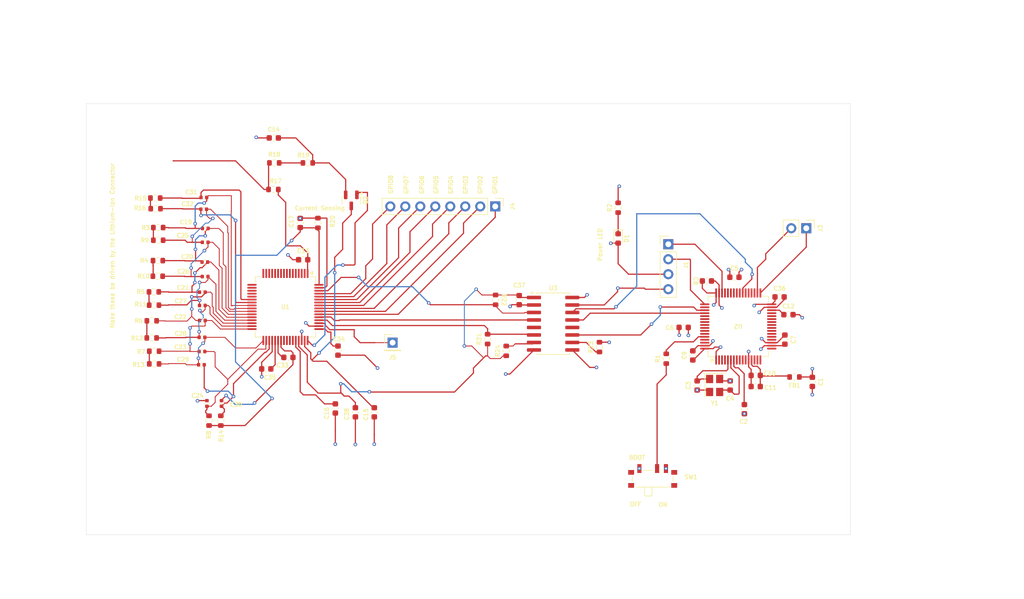
<source format=kicad_pcb>
(kicad_pcb (version 20241229) (generator "pcbnew") (generator_version "9.0")
  (layers (0 "F.Cu" signal) (4 "In1.Cu" power) (6 "In2.Cu" power) (2 "B.Cu" signal) (13 "F.Paste" user) (15 "B.Paste" user) (5 "F.SilkS" user "F.Silkscreen") (7 "B.SilkS" user "B.Silkscreen") (1 "F.Mask" user) (3 "B.Mask" user) (25 "Edge.Cuts" user))
  (net 0 "")
  (net 1 "/OSC_IN")
  (net 3 "/OSC_OUT")
  (net 5 "/BAT")
  (net 8 "/CELL_0")
  (net 9 "/CVDD")
  (net 12 "/VC5")
  (net 14 "/VC4")
  (net 15 "/VC3")
  (net 16 "/VC2")
  (net 18 "/VC1")
  (net 19 "/VC6")
  (net 20 "/AVDD")
  (net 21 "/DVDD")
  (net 23 "/REFHP")
  (net 26 "/SW_BOOT0")
  (net 29 "Net-(D1-K)")
  (net 30 "/CB5")
  (net 32 "/CELL_5")
  (net 34 "/CELL_4")
  (net 35 "/CB4")
  (net 37 "GND")
  (net 38 "/NRST")
  (net 39 "/CELL_3")
  (net 40 "/CB3")
  (net 41 "/CELL_2")
  (net 42 "/CB2")
  (net 43 "/CELL_1")
  (net 45 "+3.3V")
  (net 46 "/CAN2_RX")
  (net 47 "/CB1")
  (net 49 "/CB0")
  (net 50 "/CB6")
  (net 51 "/CELL_6")
  (net 53 "Net-(R18-Pad2)")
  (net 58 "/NFAULT")
  (net 61 "/NEG5V")
  (net 63 "/GPIO8")
  (net 64 "/UART_RX")
  (net 69 "/CAN2_TX")
  (net 71 "/GPIO1")
  (net 72 "/SWCLK")
  (net 74 "/UART_TX")
  (net 77 "+3.3VA")
  (net 80 "/GPIO4")
  (net 81 "/BOOT0")
  (net 95 "/GPIO5")
  (net 108 "/GPIO7")
  (net 109 "/GPIO3")
  (net 110 "/RX_BMS")
  (net 111 "/GPIO6")
  (net 112 "/GPIO2")
  (net 113 "/TX_BMS")
  (net 114 "/NFAULT_IN")
  (net 116 "/EN2")
  (net 122 "/VCAP_1")
  (net 123 "/EN1")
  (net 124 "/TSREF")
  (net 125 "/VC0")
  (net 126 "/SWDIO")
  (net 127 "/LDOIN")
  (net 128 "/NPNB")
  (net 129 "/Collector")
  (footprint "Resistor_SMD:R_0603_1608Metric" (layer "F.Cu") (at 88.36 73.35 180)
    (property "Reference" "R16")
    (property "Value" "100")
  )
  (footprint "Capacitor_SMD:C_0402_1005Metric" (layer "F.Cu") (at 96.76 79.05)
    (property "Reference" "C25")
    (property "Value" "1.5u")
  )
  (footprint "Button_Switch_SMD:SW_SPDT_PCM12" (layer "F.Cu") (at 172.5725 118.8075)
    (property "Reference" "SW1")
    (property "Value" "SW_SPDT")
  )
  (footprint "Capacitor_SMD:C_0603_1608Metric" (layer "F.Cu") (at 112.86 75.775 90)
    (property "Reference" "C17")
    (property "Value" ".56u")
  )
  (footprint "Resistor_SMD:R_0603_1608Metric" (layer "F.Cu") (at 114.1475 65.6)
    (property "Reference" "R19")
    (property "Value" "500")
  )
  (footprint "Package_TO_SOT_SMD:SOT-23" (layer "F.Cu") (at 121.5125 71.95 -90)
    (property "Reference" "Q2")
    (property "Value" "NPN")
  )
  (footprint "Resistor_SMD:R_0603_1608Metric" (layer "F.Cu") (at 174.8725 98.7675 90)
    (property "Reference" "R1")
    (property "Value" "10K")
  )
  (footprint "Capacitor_SMD:C_0603_1608Metric" (layer "F.Cu") (at 110.86 98.55 180)
    (property "Reference" "C33")
    (property "Value" "2.2u")
  )
  (footprint "Resistor_SMD:R_0603_1608Metric" (layer "F.Cu") (at 88.725 84.8 180)
    (property "Reference" "R10")
    (property "Value" "100")
  )
  (footprint "Resistor_SMD:R_0603_1608Metric" (layer "F.Cu") (at 88.07 87.45 180)
    (property "Reference" "R5")
    (property "Value" "6.2")
  )
  (footprint "Resistor_SMD:R_0603_1608Metric" (layer "F.Cu") (at 88.31 71.55 180)
    (property "Reference" "R15")
    (property "Value" "6.2")
  )
  (footprint "Resistor_SMD:R_0603_1608Metric" (layer "F.Cu") (at 196.5975 101.8675 180)
    (property "Reference" "FB1")
    (property "Value" "120R")
  )
  (footprint "Capacitor_SMD:C_0402_1005Metric" (layer "F.Cu") (at 96.22 97.55)
    (property "Reference" "C23")
    (property "Value" "1.5u")
  )
  (footprint "Capacitor_SMD:C_0603_1608Metric" (layer "F.Cu") (at 113.36 82 180)
    (property "Reference" "C13")
    (property "Value" "20n")
  )
  (footprint "Capacitor_SMD:C_0603_1608Metric" (layer "F.Cu") (at 190.0295 103.4855 180)
    (property "Reference" "C11")
    (property "Value" "1u")
  )
  (footprint "Capacitor_SMD:C_0603_1608Metric" (layer "F.Cu") (at 149.96 88.845 -90)
    (property "Reference" "C37")
    (property "Value" "0.1u")
  )
  (footprint "Capacitor_SMD:C_0402_1005Metric" (layer "F.Cu") (at 96.28 92.3)
    (property "Reference" "C22")
    (property "Value" "1.5u")
  )
  (footprint "Resistor_SMD:R_0603_1608Metric" (layer "F.Cu") (at 88.1 89.7 180)
    (property "Reference" "R11")
    (property "Value" "100")
  )
  (footprint "Capacitor_SMD:C_0603_1608Metric" (layer "F.Cu") (at 186.4225 84.9675)
    (property "Reference" "C5")
    (property "Value" "10u")
  )
  (footprint "Resistor_SMD:R_0603_1608Metric" (layer "F.Cu") (at 87.695 95.25 180)
    (property "Reference" "R12")
    (property "Value" "100")
  )
  (footprint "Capacitor_SMD:C_0603_1608Metric" (layer "F.Cu") (at 177.8225 93.4675 180)
    (property "Reference" "C6")
    (property "Value" "100n")
  )
  (footprint "Resistor_SMD:R_0603_1608Metric" (layer "F.Cu") (at 88.75 82.15 180)
    (property "Reference" "R4")
    (property "Value" "6.2")
  )
  (footprint "Capacitor_SMD:C_0402_1005Metric" (layer "F.Cu") (at 96.22 95.15)
    (property "Reference" "C28")
    (property "Value" "1.5u")
  )
  (footprint "Resistor_SMD:R_0603_1608Metric" (layer "F.Cu") (at 145.96 88.8 -90)
    (property "Reference" "R22")
    (property "Value" "100k")
  )
  (footprint "Resistor_SMD:R_0603_1608Metric" (layer "F.Cu") (at 88.12 99.65 180)
    (property "Reference" "R13")
    (property "Value" "100")
  )
  (footprint "Package_QFP:LQFP-64_10x10mm_P0.5mm" (layer "F.Cu") (at 187.0725 93.3075 90)
    (property "Reference" "U2")
    (property "Value" "STM32F446RCTx")
  )
  (footprint "Capacitor_SMD:C_0603_1608Metric" (layer "F.Cu") (at 199.6225 102.6925 -90)
    (property "Reference" "C1")
    (property "Value" "1u")
  )
  (footprint "Resistor_SMD:R_0603_1608Metric" (layer "F.Cu") (at 108.3225 70.1)
    (property "Reference" "R17")
    (property "Value" "30")
  )
  (footprint "Capacitor_SMD:C_0402_1005Metric" (layer "F.Cu") (at 96.12 99.8)
    (property "Reference" "C29")
    (property "Value" "1.5u")
  )
  (footprint "Capacitor_SMD:C_0603_1608Metric" (layer "F.Cu") (at 194.0725 88.3075)
    (property "Reference" "C36")
    (property "Value" "0.1u")
  )
  (footprint "Capacitor_SMD:C_0402_1005Metric" (layer "F.Cu") (at 96.28 89.75)
    (property "Reference" "C27")
    (property "Value" "1.5u")
  )
  (footprint "Crystal:Crystal_SMD_3225-4Pin_3.2x2.5mm" (layer "F.Cu") (at 183.0725 103.3075 -90)
    (property "Reference" "Y1")
    (property "Value" "20MHz")
  )
  (footprint "Capacitor_SMD:C_0603_1608Metric" (layer "F.Cu") (at 125.41 107.85 90)
    (property "Reference" "C15")
    (property "Value" "0.1u")
  )
  (footprint "Capacitor_SMD:C_0603_1608Metric" (layer "F.Cu") (at 180.1105 103.3075 -90)
    (property "Reference" "C3")
    (property "Value" "30p")
  )
  (footprint "Capacitor_SMD:C_0603_1608Metric" (layer "F.Cu") (at 118.81 107.2 90)
    (property "Reference" "C16")
    (property "Value" "0.2u")
  )
  (footprint "Capacitor_SMD:C_0402_1005Metric" (layer "F.Cu") (at 97.06 106.348 90)
    (property "Reference" "C24")
    (property "Value" "1.5u")
  )
  (footprint "Capacitor_SMD:C_0402_1005Metric" (layer "F.Cu") (at 99.532 106.348 90)
    (property "Reference" "C30")
    (property "Value" "1.5u")
  )
  (footprint "Capacitor_SMD:C_0402_1005Metric" (layer "F.Cu") (at 96.51 73.45)
    (property "Reference" "C32")
    (property "Value" "1.5u")
  )
  (footprint "Capacitor_SMD:C_0603_1608Metric" (layer "F.Cu") (at 194.9695 95.5325 -90)
    (property "Reference" "C7")
    (property "Value" "100n")
  )
  (footprint "Connector_PinHeader_2.54mm:PinHeader_1x02_P2.54mm_Vertical" (layer "F.Cu") (at 198.5975 76.6675 -90)
    (property "Reference" "J3")
    (property "Value" "Conn_01x02_Pin")
  )
  (footprint "Capacitor_SMD:C_0603_1608Metric" (layer "F.Cu") (at 195.5725 91.3075)
    (property "Reference" "C12")
    (property "Value" "4.7u")
  )
  (footprint "Resistor_SMD:R_0603_1608Metric" (layer "F.Cu") (at 108.4725 65.6)
    (property "Reference" "R18")
    (property "Value" "400")
  )
  (footprint "Capacitor_SMD:C_0603_1608Metric" (layer "F.Cu") (at 190.0295 101.6025 180)
    (property "Reference" "C10")
    (property "Value" "10n")
  )
  (footprint "Resistor_SMD:R_0603_1608Metric" (layer "F.Cu") (at 88.12 97.5 180)
    (property "Reference" "R7")
    (property "Value" "6.2")
  )
  (footprint "Resistor_SMD:R_0603_1608Metric" (layer "F.Cu") (at 147.76 97.45 90)
    (property "Reference" "R24")
    (property "Value" "4.7k")
  )
  (footprint "Connector_PinHeader_2.54mm:PinHeader_1x01_P2.54mm_Vertical" (layer "F.Cu") (at 128.51 96.05)
    (property "Reference" "J5")
    (property "Value" "Conn_01x01_Pin")
  )
  (footprint "Resistor_SMD:R_0603_1608Metric" (layer "F.Cu") (at 115.86 75.775 90)
    (property "Reference" "R20")
    (property "Value" "10")
  )
  (footprint "Resistor_SMD:R_0603_1608Metric" (layer "F.Cu") (at 166.7225 73.1875 90)
    (property "Reference" "R2")
    (property "Value" "1.2K")
  )
  (footprint "Capacitor_SMD:C_0603_1608Metric" (layer "F.Cu") (at 185.6985 103.3075 90)
    (property "Reference" "C4")
    (property "Value" "30p")
  )
  (footprint "Resistor_SMD:R_0603_1608Metric" (layer "F.Cu") (at 88.81 78.7 180)
    (property "Reference" "R9")
    (property "Value" "100")
  )
  (footprint "Resistor_SMD:R_0603_1608Metric" (layer "F.Cu") (at 144.61 95.45 90)
    (property "Reference" "R21")
    (property "Value" "100k")
  )
  (footprint "Capacitor_SMD:C_0603_1608Metric" (layer "F.Cu") (at 188.1115 107.3175 -90)
    (property "Reference" "C2")
    (property "Value" "100n")
  )
  (footprint "Connector_PinHeader_2.54mm:PinHeader_1x08_P2.54mm_Vertical" (layer "F.Cu") (at 145.9025 72.9675 -90)
    (property "Reference" "J4")
    (property "Value" "Conn_01x08_Pin")
  )
  (footprint "Capacitor_SMD:C_0402_1005Metric" (layer "F.Cu") (at 96.75 84.85)
    (property "Reference" "C26")
    (property "Value" "1.5u")
  )
  (footprint "Package_SO:SOIC-16W_5.3x10.2mm_P1.27mm" (layer "F.Cu") (at 155.71 92.845)
    (property "Reference" "U3")
    (property "Value" "ISO7741DWR")
  )
  (footprint "Resistor_SMD:R_0603_1608Metric" (layer "F.Cu") (at 97.41 109.267 -90)
    (property "Reference" "R8")
    (property "Value" "6.2")
  )
  (footprint "Capacitor_SMD:C_0402_1005Metric" (layer "F.Cu") (at 96.54 71.45)
    (property "Reference" "C31")
    (property "Value" "1.5u")
  )
  (footprint "Connector_PinHeader_2.54mm:PinHeader_1x04_P2.54mm_Vertical" (layer "F.Cu") (at 175.2225 79.3775)
    (property "Reference" "J1")
    (property "Value" "Conn_01x04_Pin")
  )
  (footprint "Capacitor_SMD:C_0603_1608Metric" (layer "F.Cu") (at 122.21 107.85 90)
    (property "Reference" "C38")
    (property "Value" "10u")
  )
  (footprint "Capacitor_SMD:C_0603_1608Metric" (layer "F.Cu") (at 108.385 61.3675)
    (property "Reference" "C14")
    (property "Value" ".47u")
  )
  (footprint "Capacitor_SMD:C_0603_1608Metric" (layer "F.Cu") (at 107.11 100.5)
    (property "Reference" "C35")
    (property "Value" "1u")
  )
  (footprint "LED_SMD:LED_0603_1608Metric" (layer "F.Cu") (at 166.7225 78.4 -90)
    (property "Reference" "D1")
    (property "Value" "RED")
  )
  (footprint "Resistor_SMD:R_0603_1608Metric" (layer "F.Cu") (at 87.705 92.35 180)
    (property "Reference" "R6")
    (property "Value" "6.2")
  )
  (footprint "Resistor_SMD:R_0603_1608Metric" (layer "F.Cu") (at 88.81 76.55 180)
    (property "Reference" "R3")
    (property "Value" "6.2")
  )
  (footprint "Capacitor_SMD:C_0603_1608Metric" (layer "F.Cu") (at 119.26 97.4 -90)
    (property "Reference" "C34")
    (property "Value" "2.2u")
  )
  (footprint "Capacitor_SMD:C_0402_1005Metric" (layer "F.Cu") (at 96.78 76.7)
    (property "Reference" "C19")
    (property "Value" "1.5u")
  )
  (footprint "Capacitor_SMD:C_0402_1005Metric" (layer "F.Cu") (at 96.28 87.5)
    (property "Reference" "C21")
    (property "Value" "1.5u")
  )
  (footprint "Package_QFP:LQFP-64_10x10mm_P0.5mm" (layer "F.Cu") (at 110.36 90 -90)
    (property "Reference" "U1")
    (property "Value" "BQ756506-Q1")
  )
  (footprint "Resistor_SMD:R_0603_1608Metric" (layer "F.Cu") (at 163.56 96.8 90)
    (property "Reference" "R23")
    (property "Value" "4.7k")
  )
  (footprint "Resistor_SMD:R_0603_1608Metric" (layer "F.Cu") (at 99.41 109.267 -90)
    (property "Reference" "R14")
    (property "Value" "100")
  )
  (footprint "Capacitor_SMD:C_0603_1608Metric" (layer "F.Cu") (at 181.7615 85.6005)
    (property "Reference" "C8")
    (property "Value" "100n")
  )
  (footprint "Capacitor_SMD:C_0402_1005Metric" (layer "F.Cu") (at 96.705 82.4)
    (property "Reference" "C20")
    (property "Value" "1.5u")
  )
  (footprint "Capacitor_SMD:C_0603_1608Metric" (layer "F.Cu") (at 179.3725 98.2175 90)
    (property "Reference" "C9")
    (property "Value" "100n")
  )
  (gr_rect (start 76.6 55.55) (end 206.05 128.6) (stroke (width 0.05)) (fill no) (layer "Edge.Cuts"))
  (gr_text "OFF" (at 168.6 123.85 0) (layer "F.SilkS") (effects (font (size 0.7 0.7)) (justify left bottom)))
  (gr_text "GPIO6" (at 133.8725 70.9675 90) (layer "F.SilkS") (effects (font (size 0.7 0.7) (thickness 0.15) (bold yes)) (justify left bottom)))
  (gr_text "GPIO7\n" (at 131.2225 70.9675 90) (layer "F.SilkS") (effects (font (size 0.7 0.7) (thickness 0.15) (bold yes)) (justify left bottom)))
  (gr_text "Make these be driven by the Lithium-Ion Connector" (at 81.45 93.65 90) (layer "F.SilkS") (effects (font (size 0.7 0.7) (thickness 0.15) (bold yes)) (justify left bottom)))
  (gr_text "Current Sensing\n" (at 111.8725 73.6675 0) (layer "F.SilkS") (effects (font (size 0.7 0.7) (thickness 0.15) (bold yes)) (justify left bottom)))
  (gr_text "GPIO4" (at 138.7825 70.9675 90) (layer "F.SilkS") (effects (font (size 0.7 0.7) (thickness 0.15) (bold yes)) (justify left bottom)))
  (gr_text "Power LED" (at 164.0725 82.3175 90) (layer "F.SilkS") (effects (font (size 0.7 0.7) (thickness 0.15) (bold yes)) (justify left bottom)))
  (gr_text "GPIO1" (at 146.2825 70.9675 90) (layer "F.SilkS") (effects (font (size 0.7 0.7) (thickness 0.15) (bold yes)) (justify left bottom)))
  (gr_text "GPIO2" (at 143.7825 70.9675 90) (layer "F.SilkS") (effects (font (size 0.7 0.7) (thickness 0.15) (bold yes)) (justify left bottom)))
  (gr_text "BOOT\n" (at 169.9225 115.9175 0) (layer "F.SilkS") (effects (font (size 0.7 0.7) (thickness 0.15) (bold yes)) (justify bottom)))
  (gr_text "GPIO5\n" (at 136.2825 70.9675 90) (layer "F.SilkS") (effects (font (size 0.7 0.7) (thickness 0.15) (bold yes)) (justify left bottom)))
  (gr_text "GPIO8" (at 128.6225 70.9175 90) (layer "F.SilkS") (effects (font (size 0.7 0.7) (thickness 0.15) (bold yes)) (justify left bottom)))
  (gr_text "ON" (at 173.5 123.9 0) (layer "F.SilkS") (effects (font (size 0.7 0.7)) (justify left bottom)))
  (gr_text "GPIO3" (at 141.2825 70.9675 90) (layer "F.SilkS") (effects (font (size 0.7 0.7) (thickness 0.15) (bold yes)) (justify left bottom)))
  (segment (start 180.1105 101.7695) (end 181.0725 100.8075) (width 0.2) (layer "F.Cu") (net 1))
  (segment (start 185.3225 100.5575) (end 185.3225 98.9825) (width 0.2) (layer "F.Cu") (net 1))
  (segment (start 181.0725 100.8075) (end 185.0725 100.8075) (width 0.2) (layer "F.Cu") (net 1))
  (segment (start 180.7305 102.2075) (end 182.2225 102.2075) (width 0.2) (layer "F.Cu") (net 1))
  (segment (start 185.0725 100.8075) (end 185.3225 100.5575) (width 0.2) (layer "F.Cu") (net 1))
  (segment (start 180.1105 102.5325) (end 180.4055 102.5325) (width 0.2) (layer "F.Cu") (net 1))
  (segment (start 181.8975 102.5325) (end 182.2225 102.2075) (width 0.2) (layer "F.Cu") (net 1))
  (segment (start 180.4055 102.5325) (end 180.7305 102.2075) (width 0.2) (layer "F.Cu") (net 1))
  (segment (start 180.1105 102.5325) (end 180.1105 101.7695) (width 0.2) (layer "F.Cu") (net 1))
  (segment (start 184.2475 104.0825) (end 183.9225 104.4075) (width 0.2) (layer "F.Cu") (net 3))
  (segment (start 185.8225 100.3295) (end 187.2225 101.7295) (width 0.2) (layer "F.Cu") (net 3))
  (segment (start 187.2225 104.6275) (end 187.0725 104.7775) (width 0.2) (layer "F.Cu") (net 3))
  (segment (start 186.3935 104.7775) (end 185.6985 104.0825) (width 0.2) (layer "F.Cu") (net 3))
  (segment (start 187.2225 101.7295) (end 187.2225 104.6275) (width 0.2) (layer "F.Cu") (net 3))
  (segment (start 187.0725 104.7775) (end 186.3935 104.7775) (width 0.2) (layer "F.Cu") (net 3))
  (segment (start 185.8225 98.9825) (end 185.8225 100.3295) (width 0.2) (layer "F.Cu") (net 3))
  (segment (start 185.6985 104.0825) (end 184.2475 104.0825) (width 0.2) (layer "F.Cu") (net 3))
  (segment (start 114.135 82) (end 114.135 80.885) (width 0.2) (layer "F.Cu") (net 5))
  (segment (start 112.9 79.65) (end 110.4 79.65) (width 0.2) (layer "F.Cu") (net 5))
  (segment (start 110.4 72.3) (end 109.1475 71.0475) (width 0.2) (layer "F.Cu") (net 5))
  (segment (start 114.11 82.025) (end 114.135 82) (width 0.2) (layer "F.Cu") (net 5))
  (segment (start 114.135 80.885) (end 112.9 79.65) (width 0.2) (layer "F.Cu") (net 5))
  (segment (start 109.1475 71.0475) (end 109.1475 70.1) (width 0.2) (layer "F.Cu") (net 5))
  (segment (start 114.11 84.3) (end 114.11 82.025) (width 0.2) (layer "F.Cu") (net 5))
  (segment (start 110.4 79.65) (end 110.4 72.3) (width 0.2) (layer "F.Cu") (net 5))
  (segment (start 115.86 76.6) (end 112.91 76.6) (width 0.2) (layer "F.Cu") (net 8))
  (segment (start 112.91 76.6) (end 112.86 76.55) (width 0.2) (layer "F.Cu") (net 8))
  (segment (start 115.86 77) (end 116.06 77.2) (width 0.2) (layer "F.Cu") (net 8))
  (segment (start 112.86 77.29) (end 112.86 76.55) (width 0.2) (layer "F.Cu") (net 8))
  (segment (start 99.41 110.092) (end 103.508 110.092) (width 0.2) (layer "F.Cu") (net 8))
  (segment (start 99.41 110.092) (end 97.41 110.092) (width 0.2) (layer "F.Cu") (net 8))
  (segment (start 115.86 76.6) (end 115.86 77) (width 0.2) (layer "F.Cu") (net 8))
  (segment (start 111.4 78.75) (end 112.86 77.29) (width 0.2) (layer "F.Cu") (net 8))
  (segment (start 103.508 110.092) (end 108.1 105.5) (width 0.2) (layer "F.Cu") (net 8))
  (segment (start 116.06 77.2) (end 116.06 86.25) (width 0.2) (layer "F.Cu") (net 8))
  (via (at 108.1 105.5) (size 0.6) (drill 0.3) (layers "F.Cu" "B.Cu") (net 8))
  (via (at 111.4 78.75) (size 0.6) (drill 0.3) (layers "F.Cu" "B.Cu") (net 8))
  (segment (start 108.1 105.5) (end 101.9 99.3) (width 0.2) (layer "B.Cu") (net 8))
  (segment (start 101.9 99.3) (end 101.9 81.25) (width 0.2) (layer "B.Cu") (net 8))
  (segment (start 101.9 81.25) (end 108.9 81.25) (width 0.2) (layer "B.Cu") (net 8))
  (segment (start 108.9 81.25) (end 111.4 78.75) (width 0.2) (layer "B.Cu") (net 8))
  (segment (start 149.865 87.975) (end 149.96 88.07) (width 0.15) (layer "F.Cu") (net 9))
  (segment (start 144.26 98.3) (end 143.9325 98.6275) (width 0.2) (layer "F.Cu") (net 9))
  (segment (start 121.11 105.1) (end 122.21 106.2) (width 0.2) (layer "F.Cu") (net 9))
  (segment (start 112.61 96.702) (end 112.61 95.7) (width 0.2) (layer "F.Cu") (net 9))
  (segment (start 119.8225 104.6) (end 115.9 104.6) (width 0.2) (layer "F.Cu") (net 9))
  (segment (start 145.96 87.975) (end 143.63 87.975) (width 0.15) (layer "F.Cu") (net 9))
  (segment (start 150.29 88.4) (end 149.96 88.07) (width 0.2) (layer "F.Cu") (net 9))
  (segment (start 121.11 105.1) (end 120.3225 105.1) (width 0.2) (layer "F.Cu") (net 9))
  (segment (start 144.61 98.3) (end 144.86 98.55) (width 0.15) (layer "F.Cu") (net 9))
  (segment (start 115.9 104.6) (end 114.06 102.76) (width 0.2) (layer "F.Cu") (net 9))
  (segment (start 143.63 87.975) (end 142.6725 87.0175) (width 0.15) (layer "F.Cu") (net 9))
  (segment (start 145.96 87.975) (end 149.865 87.975) (width 0.15) (layer "F.Cu") (net 9))
  (segment (start 138.9925 104.4175) (end 124.6225 104.4175) (width 0.2) (layer "F.Cu") (net 9))
  (segment (start 146.76 98.75) (end 147.235 98.275) (width 0.15) (layer "F.Cu") (net 9))
  (segment (start 144.86 98.55) (end 145.06 98.75) (width 0.15) (layer "F.Cu") (net 9))
  (segment (start 114.06 102.76) (end 114.06 98.152) (width 0.2) (layer "F.Cu") (net 9))
  (segment (start 114.06 98.152) (end 112.61 96.702) (width 0.2) (layer "F.Cu") (net 9))
  (segment (start 141.9225 96.6175) (end 143.9325 98.6275) (width 0.15) (layer "F.Cu") (net 9))
  (segment (start 152.46 88.4) (end 150.29 88.4) (width 0.2) (layer "F.Cu") (net 9))
  (segment (start 144.61 98.3) (end 144.26 98.3) (width 0.2) (layer "F.Cu") (net 9))
  (segment (start 119.7225 103.0175) (end 119.7225 104.5) (width 0.2) (layer "F.Cu") (net 9))
  (segment (start 144.61 96.275) (end 144.61 98.3) (width 0.15) (layer "F.Cu") (net 9))
  (segment (start 140.6725 96.6175) (end 141.9225 96.6175) (width 0.15) (layer "F.Cu") (net 9))
  (segment (start 145.06 98.75) (end 146.76 98.75) (width 0.15) (layer "F.Cu") (net 9))
  (segment (start 142.21 100.35) (end 142.21 101.2) (width 0.2) (layer "F.Cu") (net 9))
  (segment (start 143.9325 98.6275) (end 142.21 100.35) (width 0.2) (layer "F.Cu") (net 9))
  (segment (start 124.6225 104.4175) (end 124.5725 104.3675) (width 0.2) (layer "F.Cu") (net 9))
  (segment (start 119.7225 104.5) (end 120.3225 105.1) (width 0.2) (layer "F.Cu") (net 9))
  (segment (start 120.3225 105.1) (end 119.8225 104.6) (width 0.2) (layer "F.Cu") (net 9))
  (segment (start 122.21 106.2) (end 122.21 107.075) (width 0.2) (layer "F.Cu") (net 9))
  (segment (start 142.21 101.2) (end 138.9925 104.4175) (width 0.2) (layer "F.Cu") (net 9))
  (segment (start 147.235 98.275) (end 147.76 98.275) (width 0.15) (layer "F.Cu") (net 9))
  (via (at 140.6725 96.6175) (size 0.6) (drill 0.3) (layers "F.Cu" "B.Cu") (net 9))
  (via (at 124.5725 104.3675) (size 0.6) (drill 0.3) (layers "F.Cu" "B.Cu") (net 9))
  (via (at 142.6725 87.0175) (size 0.6) (drill 0.3) (layers "F.Cu" "B.Cu") (net 9))
  (via (at 119.7225 103.0175) (size 0.6) (drill 0.3) (layers "F.Cu" "B.Cu") (net 9))
  (segment (start 121.5725 104.3675) (end 120.2225 103.0175) (width 0.2) (layer "B.Cu") (net 9))
  (segment (start 142.6725 87.0175) (end 140.6725 89.0175) (width 0.15) (layer "B.Cu") (net 9))
  (segment (start 120.2225 103.0175) (end 119.7225 103.0175) (width 0.2) (layer "B.Cu") (net 9))
  (segment (start 124.5725 104.3675) (end 121.5725 104.3675) (width 0.2) (layer "B.Cu") (net 9))
  (segment (start 140.6725 89.0175) (end 140.6725 96.6175) (width 0.15) (layer "B.Cu") (net 9))
  (segment (start 100.58 77.4) (end 100.68 77.5) (width 0.15) (layer "F.Cu") (net 12))
  (segment (start 96.99 74.49) (end 96.99 73.45) (width 0.15) (layer "F.Cu") (net 12))
  (segment (start 96.28 79.05) (end 94.53 79.05) (width 0.2) (layer "F.Cu") (net 12))
  (segment (start 97.5 75) (end 96.99 74.49) (width 0.15) (layer "F.Cu") (net 12))
  (segment (start 100.58 76.35) (end 100.58 77.4) (width 0.15) (layer "F.Cu") (net 12))
  (segment (start 94.58 78.05) (end 94.58 79) (width 0.15) (layer "F.Cu") (net 12))
  (segment (start 98.06 75) (end 97.5 75) (width 0.15) (layer "F.Cu") (net 12))
  (segment (start 104.61 90.3) (end 104.66 90.25) (width 0.15) (layer "F.Cu") (net 12))
  (segment (start 101.026388 90.4) (end 101.63 90.4) (width 0.15) (layer "F.Cu") (net 12))
  (segment (start 94.58 79) (end 94.53 79.05) (width 0.15) (layer "F.Cu") (net 12))
  (segment (start 93.365 78.7) (end 89.635 78.7) (width 0.2) (layer "F.Cu") (net 12))
  (segment (start 96.99 73.45) (end 97.68 73.45) (width 0.15) (layer "F.Cu") (net 12))
  (segment (start 101.78 90.25) (end 104.66 90.25) (width 0.15) (layer "F.Cu") (net 12))
  (segment (start 100.68 77.5) (end 100.68 90.053612) (width 0.15) (layer "F.Cu") (net 12))
  (segment (start 100.68 90.053612) (end 101.026388 90.4) (width 0.15) (layer "F.Cu") (net 12))
  (segment (start 93.715 79.05) (end 93.365 78.7) (width 0.2) (layer "F.Cu") (net 12))
  (segment (start 101.63 90.4) (end 101.78 90.25) (width 0.15) (layer "F.Cu") (net 12))
  (segment (start 94.53 79.05) (end 93.715 79.05) (width 0.2) (layer "F.Cu") (net 12))
  (segment (start 97.68 73.45) (end 100.58 76.35) (width 0.15) (layer "F.Cu") (net 12))
  (via (at 98.06 75) (size 0.6) (drill 0.3) (layers "F.Cu" "B.Cu") (net 12))
  (via (at 94.58 78.05) (size 0.6) (drill 0.3) (layers "F.Cu" "B.Cu") (net 12))
  (segment (start 98.06 75) (end 97.26 75.8) (width 0.15) (layer "B.Cu") (net 12))
  (segment (start 97.26 75.8) (end 96.83 75.8) (width 0.15) (layer "B.Cu") (net 12))
  (segment (start 96.83 75.8) (end 94.58 78.05) (width 0.15) (layer "B.Cu") (net 12))
  (segment (start 99.15 80.17) (end 99.15 82.97) (width 0.15) (layer "F.Cu") (net 14))
  (segment (start 100.68 91.25) (end 104.66 91.25) (width 0.15) (layer "F.Cu") (net 14))
  (segment (start 99.63 90.2) (end 100.68 91.25) (width 0.15) (layer "F.Cu") (net 14))
  (segment (start 94.38 84.85) (end 93.33 84.85) (width 0.2) (layer "F.Cu") (net 14))
  (segment (start 97.24 79.84) (end 96.63 80.45) (width 0.15) (layer "F.Cu") (net 14))
  (segment (start 97.24 79.05) (end 97.24 79.84) (width 0.15) (layer "F.Cu") (net 14))
  (segment (start 93.33 84.85) (end 93.28 84.8) (width 0.2) (layer "F.Cu") (net 14))
  (segment (start 98.03 79.05) (end 99.15 80.17) (width 0.15) (layer "F.Cu") (net 14))
  (segment (start 97.24 79.05) (end 98.03 79.05) (width 0.15) (layer "F.Cu") (net 14))
  (segment (start 93.28 84.8) (end 89.55 84.8) (width 0.2) (layer "F.Cu") (net 14))
  (segment (start 96.27 84.85) (end 94.38 84.85) (width 0.2) (layer "F.Cu") (net 14))
  (segment (start 99.15 82.97) (end 99.63 83.45) (width 0.15) (layer "F.Cu") (net 14))
  (segment (start 99.63 83.45) (end 99.63 90.2) (width 0.15) (layer "F.Cu") (net 14))
  (segment (start 94.38 83.4) (end 94.38 84.85) (width 0.15) (layer "F.Cu") (net 14))
  (via (at 96.63 80.45) (size 0.6) (drill 0.3) (layers "F.Cu" "B.Cu") (net 14))
  (via (at 94.38 83.4) (size 0.6) (drill 0.3) (layers "F.Cu" "B.Cu") (net 14))
  (segment (start 96.63 80.45) (end 94.38 82.7) (width 0.15) (layer "B.Cu") (net 14))
  (segment (start 94.38 82.7) (end 94.38 83.4) (width 0.15) (layer "B.Cu") (net 14))
  (segment (start 98.18 85.8) (end 98.23 85.8) (width 0.15) (layer "F.Cu") (net 15))
  (segment (start 100.08 92.25) (end 104.66 92.25) (width 0.15) (layer "F.Cu") (net 15))
  (segment (start 95.8 88.921302) (end 95.8 89.75) (width 0.15) (layer "F.Cu") (net 15))
  (segment (start 97.23 84.85) (end 98.18 85.8) (width 0.15) (layer "F.Cu") (net 15))
  (segment (start 95.810003 85.85) (end 96.78 85.85) (width 0.15) (layer "F.Cu") (net 15))
  (segment (start 95.821302 88.9) (end 95.8 88.921302) (width 0.15) (layer "F.Cu") (net 15))
  (segment (start 93.66 89.65) (end 94.41 88.9) (width 0.2) (layer "F.Cu") (net 15))
  (segment (start 96.78 85.85) (end 97.23 85.4) (width 0.15) (layer "F.Cu") (net 15))
  (segment (start 97.23 85.4) (end 97.23 84.85) (width 0.15) (layer "F.Cu") (net 15))
  (segment (start 98.58 86.15) (end 98.58 90.75) (width 0.15) (layer "F.Cu") (net 15))
  (segment (start 98.58 90.75) (end 100.08 92.25) (width 0.15) (layer "F.Cu") (net 15))
  (segment (start 94.41 88.9) (end 95.821302 88.9) (width 0.2) (layer "F.Cu") (net 15))
  (segment (start 93.66 89.65) (end 90.565 89.65) (width 0.2) (layer "F.Cu") (net 15))
  (segment (start 90.515 89.7) (end 88.925 89.7) (width 0.2) (layer "F.Cu") (net 15))
  (segment (start 98.23 85.8) (end 98.58 86.15) (width 0.15) (layer "F.Cu") (net 15))
  (segment (start 90.565 89.65) (end 90.515 89.7) (width 0.2) (layer "F.Cu") (net 15))
  (via (at 95.810003 85.85) (size 0.6) (drill 0.3) (layers "F.Cu" "B.Cu") (net 15))
  (via (at 95.821302 88.9) (size 0.6) (drill 0.3) (layers "F.Cu" "B.Cu") (net 15))
  (segment (start 95.38 88.458698) (end 95.821302 88.9) (width 0.15) (layer "B.Cu") (net 15))
  (segment (start 95.810003 85.85) (end 95.810003 86.819997) (width 0.15) (layer "B.Cu") (net 15))
  (segment (start 95.38 87.25) (end 95.38 88.458698) (width 0.15) (layer "B.Cu") (net 15))
  (segment (start 95.810003 86.819997) (end 95.38 87.25) (width 0.15) (layer "B.Cu") (net 15))
  (segment (start 96.76 89.75) (end 97.28 89.75) (width 0.15) (layer "F.Cu") (net 16))
  (segment (start 88.72 95.45) (end 88.52 95.25) (width 0.2) (layer "F.Cu") (net 16))
  (segment (start 95.74 94.2) (end 95.74 95.15) (width 0.15) (layer "F.Cu") (net 16))
  (segment (start 90.11 95.25) (end 88.52 95.25) (width 0.2) (layer "F.Cu") (net 16))
  (segment (start 95.86 90.6) (end 96.11 90.85) (width 0.15) (layer "F.Cu") (net 16))
  (segment (start 96.76 90.42) (end 96.76 89.75) (width 0.15) (layer "F.Cu") (net 16))
  (segment (start 97.28 89.75) (end 97.58 90.05) (width 0.15) (layer "F.Cu") (net 16))
  (segment (start 93.5 95.15) (end 95.74 95.15) (width 0.2) (layer "F.Cu") (net 16))
  (segment (start 104.611 93.299) (end 104.66 93.25) (width 0.2) (layer "F.Cu") (net 16))
  (segment (start 96.33 90.85) (end 96.76 90.42) (width 0.15) (layer "F.Cu") (net 16))
  (segment (start 97.58 90.05) (end 97.58 91.2) (width 0.15) (layer "F.Cu") (net 16))
  (segment (start 99.63 93.25) (end 104.66 93.25) (width 0.15) (layer "F.Cu") (net 16))
  (segment (start 96.11 90.85) (end 96.33 90.85) (width 0.15) (layer "F.Cu") (net 16))
  (segment (start 95.59 95.3) (end 95.74 95.15) (width 0.2) (layer "F.Cu") (net 16))
  (segment (start 95.74 94.2) (end 95.775 94.165) (width 0.15) (layer "F.Cu") (net 16))
  (segment (start 97.58 91.2) (end 99.63 93.25) (width 0.15) (layer "F.Cu") (net 16))
  (segment (start 90.16 95.2) (end 93.45 95.2) (width 0.2) (layer "F.Cu") (net 16))
  (segment (start 90.16 95.2) (end 90.11 95.25) (width 0.2) (layer "F.Cu") (net 16))
  (segment (start 93.45 95.2) (end 93.5 95.15) (width 0.2) (layer "F.Cu") (net 16))
  (via (at 95.86 90.6) (size 0.6) (drill 0.3) (layers "F.Cu" "B.Cu") (net 16))
  (via (at 95.74 94.2) (size 0.6) (drill 0.3) (layers "F.Cu" "B.Cu") (net 16))
  (segment (start 95.74 93.49) (end 95.68 93.43) (width 0.15) (layer "B.Cu") (net 16))
  (segment (start 95.74 94.2) (end 95.74 93.49) (width 0.15) (layer "B.Cu") (net 16))
  (segment (start 95.68 92.6) (end 96.43 91.85) (width 0.15) (layer "B.Cu") (net 16))
  (segment (start 95.68 93.43) (end 95.68 92.6) (width 0.15) (layer "B.Cu") (net 16))
  (segment (start 96.43 91.85) (end 96.43 91.4) (width 0.15) (layer "B.Cu") (net 16))
  (segment (start 96.43 91.4) (end 95.86 90.83) (width 0.15) (layer "B.Cu") (net 16))
  (segment (start 95.86 90.83) (end 95.86 90.6) (width 0.15) (layer "B.Cu") (net 16))
  (segment (start 95.54 99.7) (end 95.64 99.8) (width 0.15) (layer "F.Cu") (net 18))
  (segment (start 90.585 99.6) (end 90.535 99.65) (width 0.15) (layer "F.Cu") (net 18))
  (segment (start 96.7 95.15) (end 96.7 95.87) (width 0.15) (layer "F.Cu") (net 18))
  (segment (start 105.36 96.95) (end 106.61 95.7) (width 0.15) (layer "F.Cu") (net 18))
  (segment (start 95.62 98.7) (end 95.62 99.78) (width 0.15) (layer "F.Cu") (net 18))
  (segment (start 96.7 95.87) (end 96.42 96.15) (width 0.15) (layer "F.Cu") (net 18))
  (segment (start 101.9 96.95) (end 105.36 96.95) (width 0.15) (layer "F.Cu") (net 18))
  (segment (start 93.4 99.6) (end 93.6 99.8) (width 0.15) (layer "F.Cu") (net 18))
  (segment (start 96.7 95.15) (end 100.1 95.15) (width 0.15) (layer "F.Cu") (net 18))
  (segment (start 93.6 99.8) (end 95.64 99.8) (width 0.15) (layer "F.Cu") (net 18))
  (segment (start 100.1 95.15) (end 101.9 96.95) (width 0.15) (layer "F.Cu") (net 18))
  (segment (start 90.585 99.6) (end 93.4 99.6) (width 0.15) (layer "F.Cu") (net 18))
  (segment (start 95.62 99.78) (end 95.64 99.8) (width 0.15) (layer "F.Cu") (net 18))
  (segment (start 90.535 99.65) (end 88.945 99.65) (width 0.15) (layer "F.Cu") (net 18))
  (via (at 96.42 96.15) (size 0.6) (drill 0.3) (layers "F.Cu" "B.Cu") (net 18))
  (via (at 95.62 98.7) (size 0.6) (drill 0.3) (layers "F.Cu" "B.Cu") (net 18))
  (segment (start 95.62 96.95) (end 95.62 98.7) (width 0.15) (layer "B.Cu") (net 18))
  (segment (start 96.42 96.15) (end 95.62 96.95) (width 0.15) (layer "B.Cu") (net 18))
  (segment (start 95.98 73.4) (end 96.03 73.45) (width 0.2) (layer "F.Cu") (net 19))
  (segment (start 102.06 89.25) (end 104.66 89.25) (width 0.2) (layer "F.Cu") (net 19))
  (segment (start 92.915 73.35) (end 89.185 73.35) (width 0.2) (layer "F.Cu") (net 19))
  (segment (start 92.965 73.4) (end 92.915 73.35) (width 0.2) (layer "F.Cu") (net 19))
  (segment (start 96.03 74.47) (end 96.06 74.5) (width 0.2) (layer "F.Cu") (net 19))
  (segment (start 92.965 73.4) (end 95.98 73.4) (width 0.2) (layer "F.Cu") (net 19))
  (segment (start 101.91 89.1) (end 102.06 89.25) (width 0.2) (layer "F.Cu") (net 19))
  (segment (start 96.03 73.45) (end 96.03 74.47) (width 0.2) (layer "F.Cu") (net 19))
  (segment (start 101.91 75.35) (end 101.91 89.1) (width 0.2) (layer "F.Cu") (net 19))
  (via (at 101.91 75.35) (size 0.6) (drill 0.3) (layers "F.Cu" "B.Cu") (net 19))
  (via (at 96.06 74.5) (size 0.6) (drill 0.3) (layers "F.Cu" "B.Cu") (net 19))
  (segment (start 101.91 75.35) (end 101.86 75.4) (width 0.2) (layer "B.Cu") (net 19))
  (segment (start 100.959 74.399) (end 101.91 75.35) (width 0.2) (layer "B.Cu") (net 19))
  (segment (start 96.161 74.399) (end 100.959 74.399) (width 0.2) (layer "B.Cu") (net 19))
  (segment (start 96.06 74.5) (end 96.161 74.399) (width 0.2) (layer "B.Cu") (net 19))
  (segment (start 109.86 98.55) (end 109.11 97.8) (width 0.2) (layer "F.Cu") (net 20))
  (segment (start 110.135 98.55) (end 110.135 98.525) (width 0.2) (layer "F.Cu") (net 20))
  (segment (start 109.11 97.8) (end 109.11 95.7) (width 0.2) (layer "F.Cu") (net 20))
  (segment (start 110.085 98.55) (end 109.86 98.55) (width 0.2) (layer "F.Cu") (net 20))
  (segment (start 119.26 96.625) (end 118.46 96.625) (width 0.2) (layer "F.Cu") (net 21))
  (segment (start 118.06 94.25) (end 118.06 96.225) (width 0.2) (layer "F.Cu") (net 21))
  (segment (start 117.56 94.25) (end 118.06 94.25) (width 0.2) (layer "F.Cu") (net 21))
  (segment (start 116.06 93.75) (end 117.06 93.75) (width 0.2) (layer "F.Cu") (net 21))
  (segment (start 117.06 93.75) (end 117.56 94.25) (width 0.2) (layer "F.Cu") (net 21))
  (segment (start 118.46 96.625) (end 118.06 96.225) (width 0.2) (layer "F.Cu") (net 21))
  (segment (start 108.61 99.775) (end 107.885 100.5) (width 0.2) (layer "F.Cu") (net 23))
  (segment (start 108.635 95.725) (end 108.61 95.7) (width 0.2) (layer "F.Cu") (net 23))
  (segment (start 108.61 95.7) (end 108.61 99.775) (width 0.2) (layer "F.Cu") (net 23))
  (segment (start 174.8725 101.5075) (end 174.8725 99.5925) (width 0.2) (layer "F.Cu") (net 26))
  (segment (start 173.3225 117.3775) (end 173.3225 103.0575) (width 0.2) (layer "F.Cu") (net 26))
  (segment (start 173.3225 103.0575) (end 174.8725 101.5075) (width 0.2) (layer "F.Cu") (net 26))
  (segment (start 166.7225 77.6125) (end 166.7225 74.0125) (width 0.2) (layer "F.Cu") (net 29))
  (segment (start 96.64 72.4) (end 96.58 72.4) (width 0.2) (layer "F.Cu") (net 30))
  (segment (start 101.18 89.8) (end 101.38 89.8) (width 0.15) (layer "F.Cu") (net 30))
  (segment (start 96.3 76.7) (end 95.065 76.7) (width 0.2) (layer "F.Cu") (net 30))
  (segment (start 101.43 89.75) (end 104.66 89.75) (width 0.15) (layer "F.Cu") (net 30))
  (segment (start 90.55 76.6) (end 90.5 76.55) (width 0.2) (layer "F.Cu") (net 30))
  (segment (start 95.065 75.9) (end 95.065 76.7) (width 0.2) (layer "F.Cu") (net 30))
  (segment (start 101.15 71.15) (end 101.2 71.2) (width 0.15) (layer "F.Cu") (net 30))
  (segment (start 101.18 73.73) (end 101.18 89.8) (width 0.15) (layer "F.Cu") (net 30))
  (segment (start 101.2 71.2) (end 101.2 73.71) (width 0.15) (layer "F.Cu") (net 30))
  (segment (start 97.02 71.45) (end 97.02 72.02) (width 0.2) (layer "F.Cu") (net 30))
  (segment (start 95.065 76.7) (end 93.515 76.7) (width 0.2) (layer "F.Cu") (net 30))
  (segment (start 93.415 76.6) (end 90.55 76.6) (width 0.2) (layer "F.Cu") (net 30))
  (segment (start 101.38 89.8) (end 101.43 89.75) (width 0.15) (layer "F.Cu") (net 30))
  (segment (start 97.02 71.45) (end 97.32 71.15) (width 0.15) (layer "F.Cu") (net 30))
  (segment (start 90.5 76.55) (end 89.635 76.55) (width 0.2) (layer "F.Cu") (net 30))
  (segment (start 97.32 71.15) (end 101.15 71.15) (width 0.15) (layer "F.Cu") (net 30))
  (segment (start 97.02 72.02) (end 96.64 72.4) (width 0.2) (layer "F.Cu") (net 30))
  (segment (start 101.2 73.71) (end 101.18 73.73) (width 0.15) (layer "F.Cu") (net 30))
  (segment (start 93.515 76.7) (end 93.415 76.6) (width 0.2) (layer "F.Cu") (net 30))
  (via (at 95.065 75.9) (size 0.6) (drill 0.3) (layers "F.Cu" "B.Cu") (net 30))
  (via (at 96.58 72.4) (size 0.6) (drill 0.3) (layers "F.Cu" "B.Cu") (net 30))
  (segment (start 96.58 72.4) (end 95.59 72.4) (width 0.2) (layer "B.Cu") (net 30))
  (segment (start 95.065 72.925) (end 95.065 75.9) (width 0.2) (layer "B.Cu") (net 30))
  (segment (start 95.59 72.4) (end 95.065 72.925) (width 0.2) (layer "B.Cu") (net 30))
  (segment (start 87.985 78.7) (end 87.985 76.55) (width 0.2) (layer "F.Cu") (net 32))
  (segment (start 87.95 83) (end 87.95 84.7) (width 0.2) (layer "F.Cu") (net 34))
  (segment (start 87.95 84.7) (end 87.9 84.75) (width 0.2) (layer "F.Cu") (net 34))
  (segment (start 87.925 82.975) (end 87.925 82.15) (width 0.2) (layer "F.Cu") (net 34))
  (segment (start 87.95 83) (end 87.925 82.975) (width 0.2) (layer "F.Cu") (net 34))
  (segment (start 93.305 82.15) (end 89.575 82.15) (width 0.2) (layer "F.Cu") (net 35))
  (segment (start 95.115 80.25) (end 95.135 80.27) (width 0.2) (layer "F.Cu") (net 35))
  (segment (start 95.135 82.15) (end 95.185 82.2) (width 0.2) (layer "F.Cu") (net 35))
  (segment (start 100.28 83.2) (end 100.28 90.15) (width 0.15) (layer "F.Cu") (net 35))
  (segment (start 96.025 82.2) (end 96.225 82.4) (width 0.2) (layer "F.Cu") (net 35))
  (segment (start 97.26 76.7) (end 99.08 76.7) (width 0.15) (layer "F.Cu") (net 35))
  (segment (start 99.83 82.75) (end 100.28 83.2) (width 0.15) (layer "F.Cu") (net 35))
  (segment (start 96.78 77.18) (end 97.26 76.7) (width 0.2) (layer "F.Cu") (net 35))
  (segment (start 99.08 76.7) (end 99.83 77.45) (width 0.15) (layer "F.Cu") (net 35))
  (segment (start 100.88 90.75) (end 104.66 90.75) (width 0.15) (layer "F.Cu") (net 35))
  (segment (start 100.28 90.15) (end 100.88 90.75) (width 0.15) (layer "F.Cu") (net 35))
  (segment (start 95.185 82.2) (end 96.025 82.2) (width 0.2) (layer "F.Cu") (net 35))
  (segment (start 93.355 82.2) (end 93.305 82.15) (width 0.2) (layer "F.Cu") (net 35))
  (segment (start 95.135 80.27) (end 95.135 82.15) (width 0.2) (layer "F.Cu") (net 35))
  (segment (start 93.355 82.2) (end 95.185 82.2) (width 0.2) (layer "F.Cu") (net 35))
  (segment (start 99.83 77.45) (end 99.83 82.75) (width 0.15) (layer "F.Cu") (net 35))
  (segment (start 96.78 77.95) (end 96.78 77.18) (width 0.2) (layer "F.Cu") (net 35))
  (via (at 95.115 80.25) (size 0.6) (drill 0.3) (layers "F.Cu" "B.Cu") (net 35))
  (via (at 96.78 77.95) (size 0.6) (drill 0.3) (layers "F.Cu" "B.Cu") (net 35))
  (segment (start 95.78 77.95) (end 96.78 77.95) (width 0.2) (layer "B.Cu") (net 35))
  (segment (start 95.115 78.615) (end 95.78 77.95) (width 0.2) (layer "B.Cu") (net 35))
  (segment (start 95.115 80.25) (end 95.115 78.615) (width 0.2) (layer "B.Cu") (net 35))
  (segment (start 192.7475 90.0575) (end 191.4825 90.0575) (width 0.2) (layer "F.Cu") (net 37))
  (segment (start 97.06 105.868) (end 95.492 105.868) (width 0.2) (layer "F.Cu") (net 37))
  (segment (start 109.61 96.85) (end 109.61 95.7) (width 0.2) (layer "F.Cu") (net 37))
  (segment (start 108.11 97.6) (end 106.335 99.375) (width 0.2) (layer "F.Cu") (net 37))
  (segment (start 182.206324 96.5575) (end 182.7775 95.986324) (width 0.2) (layer "F.Cu") (net 37))
  (segment (start 158.96 97.29) (end 161.92 100.25) (width 0.2) (layer "F.Cu") (net 37))
  (segment (start 182.5365 85.6005) (end 183.1585 85.6005) (width 0.2) (layer "F.Cu") (net 37))
  (segment (start 150.01 89.67) (end 149.96 89.62) (width 0.2) (layer "F.Cu") (net 37))
  (segment (start 117.386 86.426) (end 117.386 75) (width 0.2) (layer "F.Cu") (net 37))
  (segment (start 192.7475 96.5575) (end 191.5055 96.5575) (width 0.2) (layer "F.Cu") (net 37))
  (segment (start 166.7225 69.7675) (end 166.9225 69.5675) (width 0.2) (layer "F.Cu") (net 37))
  (segment (start 195.0725 88.3075) (end 194.8475 88.3075) (width 0.2) (layer "F.Cu") (net 37))
  (segment (start 123.785 98.175) (end 125.96 100.35) (width 0.2) (layer "F.Cu") (net 37))
  (segment (start 166.6225 86.8675) (end 166.6225 87.4175) (width 0.2) (layer "F.Cu") (net 37))
  (segment (start 148.72 89.62) (end 148.4225 89.9175) (width 0.2) (layer "F.Cu") (net 37))
  (segment (start 183.8225 87.6325) (end 183.8225 89.6935) (width 0.2) (layer "F.Cu") (net 37))
  (segment (start 108.11 95.7) (end 108.11 97.6) (width 0.2) (layer "F.Cu") (net 37))
  (segment (start 114.35 93.25) (end 113.8 92.7) (width 0.2) (layer "F.Cu") (net 37))
  (segment (start 194.8475 88.3075) (end 194.8475 88.7825) (width 0.2) (layer "F.Cu") (net 37))
  (segment (start 197.4125 91.3075) (end 197.9225 91.8175) (width 0.2) (layer "F.Cu") (net 37))
  (segment (start 187.1975 84.0925) (end 187.6225 83.6675) (width 0.2) (layer "F.Cu") (net 37))
  (segment (start 180.1105 104.0825) (end 181.8975 104.0825) (width 0.2) (layer "F.Cu") (net 37))
  (segment (start 118.81 110.95) (end 118.81 113.25) (width 0.2) (layer "F.Cu") (net 37))
  (segment (start 99.532 105.868) (end 99.532 105.778) (width 0.2) (layer "F.Cu") (net 37))
  (segment (start 171.1625 86.8175) (end 171.3425 86.9975) (width 0.2) (layer "F.Cu") (net 37))
  (segment (start 112.585 82) (end 112.36 82) (width 0.2) (layer "F.Cu") (net 37))
  (segment (start 183.1585 85.6005) (end 183.8225 86.2645) (width 0.2) (layer "F.Cu") (net 37))
  (segment (start 161.92 100.25) (end 163.05 100.25) (width 0.2) (layer "F.Cu") (net 37))
  (segment (start 148.3825 101.3675) (end 147.6725 101.3675) (width 0.2) (layer "F.Cu") (net 37))
  (segment (start 113.1 94.15) (end 113.11 94.16) (width 0.2) (layer "F.Cu") (net 37))
  (segment (start 111.635 97.775) (end 111.31 97.45) (width 0.2) (layer "F.Cu") (net 37))
  (segment (start 112.91 74.95) (end 112.86 75) (width 0.2) (layer "F.Cu") (net 37))
  (segment (start 187.1975 84.9675) (end 187.1975 84.0925) (width 0.2) (layer "F.Cu") (net 37))
  (segment (start 185.6985 102.5325) (end 184.2475 102.5325) (width 0.2) (layer "F.Cu") (net 37))
  (segment (start 181.3975 96.5575) (end 182.206324 96.5575) (width 0.2) (layer "F.Cu") (net 37))
  (segment (start 166.6225 87.4175) (end 164.37 89.67) (width 0.2) (layer "F.Cu") (net 37))
  (segment (start 196.3475 91.3075) (end 197.4125 91.3075) (width 0.2) (layer "F.Cu") (net 37))
  (segment (start 166.6725 86.8175) (end 166.6225 86.8675) (width 0.2) (layer "F.Cu") (net 37))
  (segment (start 189.2545 100.5795) (end 188.8225 100.1475) (width 0.2) (layer "F.Cu") (net 37))
  (segment (start 181.3975 96.5575) (end 180.2575 96.5575) (width 0.2) (layer "F.Cu") (net 37))
  (segment (start 119.26 98.175) (end 123.785 98.175) (width 0.2) (layer "F.Cu") (net 37))
  (segment (start 183.8225 89.6935) (end 184.3015 90.1725) (width 0.2) (layer "F.Cu") (net 37))
  (segment (start 117.062 86.75) (end 117.386 86.426) (width 0.2) (layer "F.Cu") (net 37))
  (segment (start 105.1225 106.2675) (end 111.635 99.755) (width 0.2) (layer "F.Cu") (net 37))
  (segment (start 181.3485 96.6065) (end 181.3975 96.5575) (width 0.2) (layer "F.Cu") (net 37))
  (segment (start 106.31 101.85) (end 106.335 101.825) (width 0.2) (layer "F.Cu") (net 37))
  (segment (start 117.386 75) (end 117.36 75) (width 0.2) (layer "F.Cu") (net 37))
  (segment (start 177.085 94.775) (end 177.0475 94.7375) (width 0.2) (layer "F.Cu") (net 37))
  (segment (start 191.4825 90.0575) (end 190.6225 90.9175) (width 0.2) (layer "F.Cu") (net 37))
  (segment (start 117.31 74.95) (end 115.86 74.95) (width 0.2) (layer "F.Cu") (net 37))
  (segment (start 122.21 113.35) (end 122.21 113.3) (width 0.2) (layer "F.Cu") (net 37))
  (segment (start 95.492 105.868) (end 95.46 105.9) (width 0.2) (layer "F.Cu") (net 37))
  (segment (start 171.3425 86.9975) (end 175.2225 86.9975) (width 0.2) (layer "F.Cu") (net 37))
  (segment (start 110.21 97.45) (end 109.61 96.85) (width 0.2) (layer "F.Cu") (net 37))
  (segment (start 115.058 93.25) (end 116.06 93.25) (width 0.2) (layer "F.Cu") (net 37))
  (segment (start 115.86 74.95) (end 112.91 74.95) (width 0.2) (layer "F.Cu") (net 37))
  (segment (start 99.532 105.778) (end 100.31 105) (width 0.2) (layer "F.Cu") (net 37))
  (segment (start 115.058 93.25) (end 114.35 93.25) (width 0.2) (layer "F.Cu") (net 37))
  (segment (start 188.8225 100.1475) (end 188.8225 98.6675) (width 0.2) (layer "F.Cu") (net 37))
  (segment (start 112.585 82) (end 111.592 82) (width 0.2) (layer "F.Cu") (net 37))
  (segment (start 194.8475 88.7825) (end 193.5725 90.0575) (width 0.2) (layer "F.Cu") (net 37))
  (segment (start 189.2545 101.6025) (end 189.2545 100.5795) (width 0.2) (layer "F.Cu") (net 37))
  (segment (start 113.11 95.675) (end 113.11 94.16) (width 0.2) (layer "F.Cu") (net 37))
  (segment (start 111.592 82) (end 110.782 81.19) (width 0.2) (layer "F.Cu") (net 37))
  (segment (start 152.46 89.67) (end 150.01 89.67) (width 0.2) (layer "F.Cu") (net 37))
  (segment (start 194.9695 96.3075) (end 194.7195 96.5575) (width 0.2) (layer "F.Cu") (net 37))
  (segment (start 125.41 111.6175) (end 125.41 113.25) (width 0.2) (layer "F.Cu") (net 37))
  (segment (start 177.0475 93.4675) (end 177.19 93.325) (width 0.2) (layer "F.Cu") (net 37))
  (segment (start 194.7195 96.5575) (end 192.7475 96.5575) (width 0.2) (layer "F.Cu") (net 37))
  (segment (start 193.5725 90.0575) (end 192.7475 90.0575) (width 0.2) (layer "F.Cu") (net 37))
  (segment (start 107.61 61.3675) (end 105.51 61.3675) (width 0.2) (layer "F.Cu") (net 37))
  (segment (start 106.335 99.375) (end 106.335 100.5) (width 0.2) (layer "F.Cu") (net 37))
  (segment (start 111.31 97.45) (end 110.21 97.45) (width 0.2) (layer "F.Cu") (net 37))
  (segment (start 189.2545 103.4855) (end 189.2545 101.6025) (width 0.2) (layer "F.Cu") (net 37))
  (segment (start 125.41 108.625) (end 125.41 111.6175) (width 0.2) (layer "F.Cu") (net 37))
  (segment (start 118.81 107.975) (end 118.81 110.95) (width 0.2) (layer "F.Cu") (net 37))
  (segment (start 106.335 100.5) (end 106.335 101.825) (width 0.2) (layer "F.Cu") (net 37))
  (segment (start 152.46 97.29) (end 148.3825 101.3675) (width 0.2) (layer "F.Cu") (net 37))
  (segment (start 166.7225 72.3625) (end 166.7225 69.7675) (width 0.2) (layer "F.Cu") (net 37))
  (segment (start 183.8225 86.2645) (end 183.8225 87.6325) (width 0.2) (layer "F.Cu") (net 37))
  (segment (start 111.635 99.755) (end 111.635 98.55) (width 0.2) (layer "F.Cu") (net 37))
  (segment (start 125.46 113.3) (end 125.41 113.25) (width 0.2) (layer "F.Cu") (net 37))
  (segment (start 117.36 75) (end 117.31 74.95) (width 0.2) (layer "F.Cu") (net 37))
  (segment (start 149.96 89.62) (end 148.72 89.62) (width 0.2) (layer "F.Cu") (net 37))
  (segment (start 177.0475 94.7375) (end 177.0475 93.4675) (width 0.2) (layer "F.Cu") (net 37))
  (segment (start 122.21 108.625) (end 122.21 113.3) (width 0.2) (layer "F.Cu") (net 37))
  (segment (start 182.7775 95.986324) (end 182.7775 95.7605) (width 0.2) (layer "F.Cu") (net 37))
  (segment (start 199.7225 104.9675) (end 199.6225 104.8675) (width 0.2) (layer "F.Cu") (net 37))
  (segment (start 166.6725 86.8175) (end 171.1625 86.8175) (width 0.2) (layer "F.Cu") (net 37))
  (segment (start 181.8975 104.0825) (end 182.2225 104.4075) (width 0.2) (layer "F.Cu") (net 37))
  (segment (start 105.51 61.3675) (end 105.41 61.2675) (width 0.2) (layer "F.Cu") (net 37))
  (segment (start 111.635 98.55) (end 111.635 97.775) (width 0.2) (layer "F.Cu") (net 37))
  (segment (start 191.5055 96.5575) (end 190.9055 97.1575) (width 0.2) (layer "F.Cu") (net 37))
  (segment (start 116.06 86.75) (end 117.062 86.75) (width 0.2) (layer "F.Cu") (net 37))
  (segment (start 164.37 89.67) (end 158.96 89.67) (width 0.2) (layer "F.Cu") (net 37))
  (segment (start 188.8225 98.9825) (end 188.8225 97.5575) (width 0.2) (layer "F.Cu") (net 37))
  (segment (start 180.2575 96.5575) (end 179.3725 97.4425) (width 0.2) (layer "F.Cu") (net 37))
  (segment (start 199.6225 103.4675) (end 199.6225 104.8675) (width 0.2) (layer "F.Cu") (net 37))
  (segment (start 184.2475 102.5325) (end 183.9225 102.2075) (width 0.2) (layer "F.Cu") (net 37))
  (via (at 166.9225 69.5675) (size 0.6) (drill 0.3) (layers "F.Cu" "B.Cu") (net 37))
  (via (at 125.96 100.35) (size 0.6) (drill 0.3) (layers "F.Cu" "B.Cu") (net 37))
  (via (at 190.9055 97.1575) (size 0.6) (drill 0.3) (layers "F.Cu" "B.Cu") (net 37))
  (via (at 112.86 75) (size 0.6) (drill 0.3) (layers "F.Cu" "B.Cu") (net 37))
  (via (at 147.6725 101.3675) (size 0.6) (drill 0.3) (layers "F.Cu" "B.Cu") (net 37))
  (via (at 113.11 94.16) (size 0.6) (drill 0.3) (layers "F.Cu" "B.Cu") (net 37))
  (via (at 188.1115 108.0925) (size 0.6) (drill 0.3) (layers "F.Cu" "B.Cu") (net 37))
  (via (at 100.31 105) (size 0.6) (drill 0.3) (layers "F.Cu" "B.Cu") (net 37))
  (via (at 180.1105 104.0825) (size 0.6) (drill 0.3) (layers "F.Cu" "B.Cu") (net 37))
  (via (at 190.6225 90.9175) (size 0.6) (drill 0.3) (layers "F.Cu" "B.Cu") (net 37))
  (via (at 110.782 81.19) (size 0.6) (drill 0.3) (layers "F.Cu" "B.Cu") (net 37))
  (via (at 122.21 113.3) (size 0.6) (drill 0.3) (layers "F.Cu" "B.Cu") (net 37))
  (via (at 113.8 92.7) (size 0.6) (drill 0.3) (layers "F.Cu" "B.Cu") (net 37))
  (via (at 199.6225 104.8675) (size 0.6) (drill 0.3) (layers "F.Cu" "B.Cu") (net 37))
  (via (at 163.05 100.25) (size 0.6) (drill 0.3) (layers "F.Cu" "B.Cu") (net 37))
  (via (at 184.3015 90.1725) (size 0.6) (drill 0.3) (layers "F.Cu" "B.Cu") (net 37))
  (via (at 106.335 101.825) (size 0.6) (drill 0.3) (layers "F.Cu" "B.Cu") (net 37))
  (via (at 188.8225 97.5575) (size 0.6) (drill 0.3) (layers "F.Cu" "B.Cu") (net 37))
  (via (at 170.3225 117.3775) (size 0.6) (drill 0.3) (layers "F.Cu" "B.Cu") (net 37))
  (via (at 95.46 105.9) (size 0.6) (drill 0.3) (layers "F.Cu" "B.Cu") (net 37))
  (via (at 125.41 113.25) (size 0.6) (drill 0.3) (layers "F.Cu" "B.Cu") (net 37))
  (via (at 187.6225 83.6675) (size 0.6) (drill 0.3) (layers "F.Cu" "B.Cu") (net 37))
  (via (at 105.1225 106.2675) (size 0.6) (drill 0.3) (layers "F.Cu" "B.Cu") (net 37))
  (via (at 182.7775 95.7605) (size 0.6) (drill 0.3) (layers "F.Cu" "B.Cu") (net 37))
  (via (at 185.6985 102.5325) (size 0.6) (drill 0.3) (layers "F.Cu" "B.Cu") (net 37))
  (via (at 197.9225 91.8175) (size 0.6) (drill 0.3) (layers "F.Cu" "B.Cu") (net 37))
  (via (at 177.085 94.775) (size 0.6) (drill 0.3) (layers "F.Cu" "B.Cu") (net 37))
  (via (at 166.6725 86.8175) (size 0.6) (drill 0.3) (layers "F.Cu" "B.Cu") (net 37))
  (via (at 148.4225 89.9175) (size 0.6) (drill 0.3) (layers "F.Cu" "B.Cu") (net 37))
  (via (at 118.81 113.25) (size 0.6) (drill 0.3) (layers "F.Cu" "B.Cu") (net 37))
  (via (at 105.41 61.2675) (size 0.6) (drill 0.3) (layers "F.Cu" "B.Cu") (net 37))
  (segment (start 105.1225 106.2675) (end 104.89 106.5) (width 0.2) (layer "B.Cu") (net 37))
  (segment (start 104.89 106.5) (end 101.81 106.5) (width 0.2) (layer "B.Cu") (net 37))
  (segment (start 101.81 106.5) (end 100.31 105) (width 0.2) (layer "B.Cu") (net 37))
  (segment (start 188.0725 106.5325) (end 188.0725 101.3075) (width 0.2) (layer "F.Cu") (net 38))
  (segment (start 186.5725 100.3075) (end 186.3225 100.0575) (width 0.2) (layer "F.Cu") (net 38))
  (segment (start 187.0725 100.3075) (end 186.5725 100.3075) (width 0.2) (layer "F.Cu") (net 38))
  (segment (start 188.0725 101.3075) (end 187.0725 100.3075) (width 0.2) (layer "F.Cu") (net 38))
  (segment (start 186.3225 100.0575) (end 186.3225 98.9825) (width 0.2) (layer "F.Cu") (net 38))
  (segment (start 87.275 89.7) (end 87.275 89.18) (width 0.2) (layer "F.Cu") (net 39))
  (segment (start 87.275 89.18) (end 87.245 89.15) (width 0.2) (layer "F.Cu") (net 39))
  (segment (start 87.245 89.15) (end 87.245 87.45) (width 0.2) (layer "F.Cu") (net 39))
  (segment (start 95.01 86.02) (end 95.01 85.85) (width 0.2) (layer "F.Cu") (net 40))
  (segment (start 88.895 87.45) (end 90.55 87.45) (width 0.2) (layer "F.Cu") (net 40))
  (segment (start 97.73 82.4) (end 99.08 83.75) (width 0.15) (layer "F.Cu") (net 40))
  (segment (start 95.91 83.35) (end 95.01 84.25) (width 0.2) (layer "F.Cu") (net 40))
  (segment (start 97.185 82.4) (end 97.73 82.4) (width 0.15) (layer "F.Cu") (net 40))
  (segment (start 94.53 87.5) (end 90.6 87.5) (width 0.2) (layer "F.Cu") (net 40))
  (segment (start 90.6 87.5) (end 90.55 87.45) (width 0.2) (layer "F.Cu") (net 40))
  (segment (start 96.235 83.35) (end 97.185 82.4) (width 0.2) (layer "F.Cu") (net 40))
  (segment (start 94.53 87.5) (end 95.8 87.5) (width 0.2) (layer "F.Cu") (net 40))
  (segment (start 99.08 90.4) (end 100.43 91.75) (width 0.15) (layer "F.Cu") (net 40))
  (segment (start 94.53 86.5) (end 94.53 87.5) (width 0.2) (layer "F.Cu") (net 40))
  (segment (start 99.08 83.75) (end 99.08 90.4) (width 0.15) (layer "F.Cu") (net 40))
  (segment (start 94.53 86.5) (end 95.01 86.02) (width 0.2) (layer "F.Cu") (net 40))
  (segment (start 100.43 91.75) (end 104.66 91.75) (width 0.15) (layer "F.Cu") (net 40))
  (segment (start 96.235 83.35) (end 95.91 83.35) (width 0.2) (layer "F.Cu") (net 40))
  (via (at 95.01 84.25) (size 0.6) (drill 0.3) (layers "F.Cu" "B.Cu") (net 40))
  (via (at 95.01 85.85) (size 0.6) (drill 0.3) (layers "F.Cu" "B.Cu") (net 40))
  (segment (start 95.01 85.85) (end 95.01 84.25) (width 0.2) (layer "B.Cu") (net 40))
  (segment (start 86.88 94.55) (end 86.87 94.56) (width 0.2) (layer "F.Cu") (net 41))
  (segment (start 86.87 94.56) (end 86.87 95.25) (width 0.2) (layer "F.Cu") (net 41))
  (segment (start 86.88 94.55) (end 86.88 92.35) (width 0.2) (layer "F.Cu") (net 41))
  (segment (start 98.13 91.05) (end 99.83 92.75) (width 0.15) (layer "F.Cu") (net 42))
  (segment (start 94.48 91.6) (end 95.18 92.3) (width 0.15) (layer "F.Cu") (net 42))
  (segment (start 93.68 92.4) (end 89.95 92.4) (width 0.15) (layer "F.Cu") (net 42))
  (segment (start 95.75 92.25) (end 95.8 92.3) (width 0.2) (layer "F.Cu") (net 42))
  (segment (start 97.956 87.776) (end 97.956 89.894256) (width 0.15) (layer "F.Cu") (net 42))
  (segment (start 96.76 87.5) (end 96.76 87.67) (width 0.2) (layer "F.Cu") (net 42))
  (segment (start 96.13 88.3) (end 94.48 88.3) (width 0.2) (layer "F.Cu") (net 42))
  (segment (start 97.68 87.5) (end 97.956 87.776) (width 0.15) (layer "F.Cu") (net 42))
  (segment (start 99.83 92.75) (end 104.66 92.75) (width 0.15) (layer "F.Cu") (net 42))
  (segment (start 97.956 89.894256) (end 98.13 90.068256) (width 0.15) (layer "F.Cu") (net 42))
  (segment (start 95.18 92.3) (end 95.8 92.3) (width 0.15) (layer "F.Cu") (net 42))
  (segment (start 96.76 87.67) (end 96.13 88.3) (width 0.2) (layer "F.Cu") (net 42))
  (segment (start 96.76 87.5) (end 97.68 87.5) (width 0.15) (layer "F.Cu") (net 42))
  (segment (start 88.53 92.35) (end 89.9 92.35) (width 0.15) (layer "F.Cu") (net 42))
  (segment (start 98.13 90.068256) (end 98.13 91.05) (width 0.15) (layer "F.Cu") (net 42))
  (segment (start 94.48 90.35) (end 94.48 91.6) (width 0.15) (layer "F.Cu") (net 42))
  (segment (start 89.95 92.4) (end 89.9 92.35) (width 0.15) (layer "F.Cu") (net 42))
  (segment (start 104.611 92.701) (end 104.66 92.75) (width 0.2) (layer "F.Cu") (net 42))
  (segment (start 93.68 92.4) (end 94.48 91.6) (width 0.15) (layer "F.Cu") (net 42))
  (via (at 94.48 88.3) (size 0.6) (drill 0.3) (layers "F.Cu" "B.Cu") (net 42))
  (via (at 94.48 90.35) (size 0.6) (drill 0.3) (layers "F.Cu" "B.Cu") (net 42))
  (segment (start 94.48 88.3) (end 94.48 90.35) (width 0.2) (layer "B.Cu") (net 42))
  (segment (start 87.295 97.5) (end 87.295 99.65) (width 0.2) (layer "F.Cu") (net 43))
  (segment (start 175.2225 84.4575) (end 168.4925 84.4575) (width 0.2) (layer "F.Cu") (net 45))
  (segment (start 189.9825 89.5575) (end 189.7725 89.7675) (width 0.2) (layer "F.Cu") (net 45))
  (segment (start 166.7225 79.1875) (end 165.5025 79.1875) (width 0.2) (layer "F.Cu") (net 45))
  (segment (start 181.3975 97.0575) (end 179.4625 98.9925) (width 0.2) (layer "F.Cu") (net 45))
  (segment (start 181.7615 87.6325) (end 180.9865 86.8575) (width 0.2) (layer "F.Cu") (net 45))
  (segment (start 181.3975 97.0575) (end 182.8225 97.0575) (width 0.2) (layer "F.Cu") (net 45))
  (segment (start 183.3225 98.9825) (end 183.3225 97.5575) (width 0.2) (layer "F.Cu") (net 45))
  (segment (start 179.4625 98.9925) (end 179.3725 98.9925) (width 0.2) (layer "F.Cu") (net 45))
  (segment (start 185.6475 84.9675) (end 185.6475 83.8925) (width 0.2) (layer "F.Cu") (net 45))
  (segment (start 161 88.4) (end 161.46 87.94) (width 0.2) (layer "F.Cu") (net 45))
  (segment (start 165.185 95.975) (end 165.21 96) (width 0.2) (layer "F.Cu") (net 45))
  (segment (start 182.8225 97.0575) (end 183.0725 96.8075) (width 0.2) (layer "F.Cu") (net 45))
  (segment (start 199.5725 101.8675) (end 199.6225 101.9175) (width 0.2) (layer "F.Cu") (net 45))
  (segment (start 191.7105 96.0575) (end 191.0325 95.3795) (width 0.2) (layer "F.Cu") (net 45))
  (segment (start 158.96 88.4) (end 161 88.4) (width 0.2) (layer "F.Cu") (net 45))
  (segment (start 183.3225 87.6325) (end 181.7615 87.6325) (width 0.2) (layer "F.Cu") (net 45))
  (segment (start 165.5025 79.1875) (end 165.4725 79.2175) (width 0.2) (layer "F.Cu") (net 45))
  (segment (start 193.6695 96.0575) (end 192.7475 96.0575) (width 0.2) (layer "F.Cu") (net 45))
  (segment (start 163.56 95.975) (end 165.185 95.975) (width 0.2) (layer "F.Cu") (net 45))
  (segment (start 193.2975 88.3075) (end 193.2975 89.0075) (width 0.2) (layer "F.Cu") (net 45))
  (segment (start 193.2975 89.0075) (end 192.7475 89.5575) (width 0.2) (layer "F.Cu") (net 45))
  (segment (start 178.6225 93.4925) (end 178.5975 93.4675) (width 0.2) (layer "F.Cu") (net 45))
  (segment (start 183.0725 96.8075) (end 184.0725 96.8075) (width 0.2) (layer "F.Cu") (net 45))
  (segment (start 166.7225 82.6875) (end 166.7225 79.1875) (width 0.2) (layer "F.Cu") (net 45))
  (segment (start 192.7475 96.0575) (end 191.7105 96.0575) (width 0.2) (layer "F.Cu") (net 45))
  (segment (start 194.9695 94.7575) (end 193.6695 96.0575) (width 0.2) (layer "F.Cu") (net 45))
  (segment (start 183.3225 87.6325) (end 183.3225 89.2465) (width 0.2) (layer "F.Cu") (net 45))
  (segment (start 183.3225 97.5575) (end 184.0725 96.8075) (width 0.2) (layer "F.Cu") (net 45))
  (segment (start 168.4925 84.4575) (end 166.7225 82.6875) (width 0.2) (layer "F.Cu") (net 45))
  (segment (start 183.3225 89.2465) (end 182.9045 89.6645) (width 0.2) (layer "F.Cu") (net 45))
  (segment (start 185.6475 83.8925) (end 185.4225 83.6675) (width 0.2) (layer "F.Cu") (net 45))
  (segment (start 178.6225 94.8175) (end 178.6225 93.4925) (width 0.2) (layer "F.Cu") (net 45))
  (segment (start 179.2225 98.9925) (end 179.3725 98.9925) (width 0.2) (layer "F.Cu") (net 45))
  (segment (start 197.4225 101.8675) (end 199.5725 101.8675) (width 0.2) (layer "F.Cu") (net 45))
  (segment (start 199.6225 101.9175) (end 199.6225 100.4675) (width 0.2) (layer "F.Cu") (net 45))
  (segment (start 192.7475 89.5575) (end 189.9825 89.5575) (width 0.2) (layer "F.Cu") (net 45))
  (segment (start 180.9865 86.8575) (end 180.9865 85.6005) (width 0.2) (layer "F.Cu") (net 45))
  (segment (start 199.7225 100.3675) (end 199.6225 100.4675) (width 0.2) (layer "F.Cu") (net 45))
  (via (at 165.21 96) (size 0.6) (drill 0.3) (layers "F.Cu" "B.Cu") (net 45))
  (via (at 178.6225 94.8175) (size 0.6) (drill 0.3) (layers "F.Cu" "B.Cu") (net 45))
  (via (at 182.9045 89.6645) (size 0.6) (drill 0.3) (layers "F.Cu" "B.Cu") (net 45))
  (via (at 199.6225 100.4675) (size 0.6) (drill 0.3) (layers "F.Cu" "B.Cu") (net 45))
  (via (at 189.7725 89.7675) (size 0.6) (drill 0.3) (layers "F.Cu" "B.Cu") (net 45))
  (via (at 161.46 87.94) (size 0.6) (drill 0.3) (layers "F.Cu" "B.Cu") (net 45))
  (via (at 184.0725 96.8075) (size 0.6) (drill 0.3) (layers "F.Cu" "B.Cu") (net 45))
  (via (at 165.4725 79.2175) (size 0.6) (drill 0.3) (layers "F.Cu" "B.Cu") (net 45))
  (via (at 191.0325 95.3795) (size 0.6) (drill 0.3) (layers "F.Cu" "B.Cu") (net 45))
  (via (at 174.8225 117.3775) (size 0.6) (drill 0.3) (layers "F.Cu" "B.Cu") (net 45))
  (via (at 185.4225 83.6675) (size 0.6) (drill 0.3) (layers "F.Cu" "B.Cu") (net 45))
  (segment (start 198.5975 79.8575) (end 190.8225 87.6325) (width 0.2) (layer "F.Cu") (net 46))
  (segment (start 198.5975 76.6675) (end 198.5975 79.8575) (width 0.2) (layer "F.Cu") (net 46))
  (segment (start 94.2 96.25) (end 94.2 97.55) (width 0.15) (layer "F.Cu") (net 47))
  (segment (start 96.76 93.19) (end 96.7 93.25) (width 0.15) (layer "F.Cu") (net 47))
  (segment (start 96.76 92.3) (end 97.88 92.3) (width 0.15) (layer "F.Cu") (net 47))
  (segment (start 94.15 97.5) (end 94.2 97.55) (width 0.15) (layer "F.Cu") (net 47))
  (segment (start 99.33 93.75) (end 104.66 93.75) (width 0.15) (layer "F.Cu") (net 47))
  (segment (start 96.8 92.34) (end 96.76 92.3) (width 0.15) (layer "F.Cu") (net 47))
  (segment (start 97.88 92.3) (end 99.33 93.75) (width 0.15) (layer "F.Cu") (net 47))
  (segment (start 94.2 97.55) (end 95.74 97.55) (width 0.15) (layer "F.Cu") (net 47))
  (segment (start 88.945 97.5) (end 94.15 97.5) (width 0.15) (layer "F.Cu") (net 47))
  (segment (start 96.7 93.25) (end 94.5 93.25) (width 0.15) (layer "F.Cu") (net 47))
  (segment (start 96.76 92.3) (end 96.76 93.19) (width 0.15) (layer "F.Cu") (net 47))
  (segment (start 94.5 93.25) (end 94.2 93.55) (width 0.15) (layer "F.Cu") (net 47))
  (via (at 94.2 93.55) (size 0.6) (drill 0.3) (layers "F.Cu" "B.Cu") (net 47))
  (via (at 94.2 96.25) (size 0.6) (drill 0.3) (layers "F.Cu" "B.Cu") (net 47))
  (segment (start 94.2 93.55) (end 94.2 96.25) (width 0.15) (layer "B.Cu") (net 47))
  (segment (start 100.584 102.276) (end 105.71 97.15) (width 0.15) (layer "F.Cu") (net 49))
  (segment (start 100.584 102.474) (end 100.584 102.276) (width 0.15) (layer "F.Cu") (net 49))
  (segment (start 97.06 106.828) (end 97.799 106.828) (width 0.15) (layer "F.Cu") (net 49))
  (segment (start 98.46 105.217) (end 100.584 103.093) (width 0.15) (layer "F.Cu") (net 49))
  (segment (start 100.584 102.276) (end 98.45 100.142) (width 0.15) (layer "F.Cu") (net 49))
  (segment (start 96.921 106.967) (end 97.06 106.828) (width 0.2) (layer "F.Cu") (net 49))
  (segment (start 107.036 95.774) (end 107.11 95.7) (width 0.15) (layer "F.Cu") (net 49))
  (segment (start 98.45 100.142) (end 98.45 97.75) (width 0.15) (layer "F.Cu") (net 49))
  (segment (start 97.799 106.828) (end 98.46 106.167) (width 0.15) (layer "F.Cu") (net 49))
  (segment (start 96.86 107.892) (end 96.86 107.567) (width 0.2) (layer "F.Cu") (net 49))
  (segment (start 107.036 97.15) (end 107.036 95.774) (width 0.15) (layer "F.Cu") (net 49))
  (segment (start 100.584 103.093) (end 100.584 102.474) (width 0.15) (layer "F.Cu") (net 49))
  (segment (start 98.25 97.55) (end 96.7 97.55) (width 0.15) (layer "F.Cu") (net 49))
  (segment (start 105.71 97.15) (end 107.036 97.15) (width 0.15) (layer "F.Cu") (net 49))
  (segment (start 98.46 106.167) (end 98.46 105.217) (width 0.15) (layer "F.Cu") (net 49))
  (segment (start 97.41 108.442) (end 96.86 107.892) (width 0.2) (layer "F.Cu") (net 49))
  (segment (start 97.06 107.367) (end 97.06 106.828) (width 0.2) (layer "F.Cu") (net 49))
  (segment (start 96.86 107.567) (end 97.06 107.367) (width 0.2) (layer "F.Cu") (net 49))
  (segment (start 98.45 97.75) (end 98.25 97.55) (width 0.15) (layer "F.Cu") (net 49))
  (segment (start 102.81 70.5) (end 102.81 88.6) (width 0.2) (layer "F.Cu") (net 50))
  (segment (start 92.85 71.55) (end 89.135 71.55) (width 0.2) (layer "F.Cu") (net 50))
  (segment (start 96.46 70.2) (end 102.51 70.2) (width 0.2) (layer "F.Cu") (net 50))
  (segment (start 102.81 88.6) (end 102.96 88.75) (width 0.2) (layer "F.Cu") (net 50))
  (segment (start 102.51 70.2) (end 102.81 70.5) (width 0.2) (layer "F.Cu") (net 50))
  (segment (start 96.06 71.45) (end 95.91 71.6) (width 0.2) (layer "F.Cu") (net 50))
  (segment (start 102.96 88.75) (end 104.66 88.75) (width 0.2) (layer "F.Cu") (net 50))
  (segment (start 92.9 71.6) (end 92.85 71.55) (width 0.2) (layer "F.Cu") (net 50))
  (segment (start 96.06 70.6) (end 96.46 70.2) (width 0.2) (layer "F.Cu") (net 50))
  (segment (start 96.06 71.45) (end 96.06 70.6) (width 0.2) (layer "F.Cu") (net 50))
  (segment (start 95.91 71.6) (end 92.9 71.6) (width 0.2) (layer "F.Cu") (net 50))
  (segment (start 101.9 65.25) (end 91.35 65.25) (width 0.2) (layer "F.Cu") (net 51))
  (segment (start 106.75 70.1) (end 102.2 65.55) (width 0.2) (layer "F.Cu") (net 51))
  (segment (start 107.4975 70.1) (end 106.75 70.1) (width 0.2) (layer "F.Cu") (net 51))
  (segment (start 87.485 71.55) (end 87.485 73.3) (width 0.2) (layer "F.Cu") (net 51))
  (segment (start 91.35 65.25) (end 91.4 65.25) (width 0.2) (layer "F.Cu") (net 51))
  (segment (start 107.4975 65.75) (end 107.6475 65.6) (width 0.2) (layer "F.Cu") (net 51))
  (segment (start 107.4975 70.1) (end 107.4975 65.75) (width 0.2) (layer "F.Cu") (net 51))
  (segment (start 102.2 65.55) (end 101.9 65.25) (width 0.2) (layer "F.Cu") (net 51))
  (segment (start 87.485 73.3) (end 87.535 73.35) (width 0.2) (layer "F.Cu") (net 51))
  (segment (start 109.2975 65.6) (end 113.3225 65.6) (width 0.2) (layer "F.Cu") (net 53))
  (segment (start 117.54 87.25) (end 116.06 87.25) (width 0.2) (layer "F.Cu") (net 58))
  (segment (start 122.75 85) (end 119.79 85) (width 0.2) (layer "F.Cu") (net 58))
  (segment (start 119.79 85) (end 117.54 87.25) (width 0.2) (layer "F.Cu") (net 58))
  (segment (start 150.81 91.05) (end 150.92 90.94) (width 0.15) (layer "F.Cu") (net 58))
  (segment (start 134.93 89.625) (end 145.96 89.625) (width 0.2) (layer "F.Cu") (net 58))
  (segment (start 150.92 90.94) (end 152.46 90.94) (width 0.15) (layer "F.Cu") (net 58))
  (segment (start 145.96 89.85) (end 147.16 91.05) (width 0.15) (layer "F.Cu") (net 58))
  (segment (start 147.16 91.05) (end 150.81 91.05) (width 0.15) (layer "F.Cu") (net 58))
  (segment (start 145.96 89.625) (end 145.96 89.85) (width 0.15) (layer "F.Cu") (net 58))
  (segment (start 134.6225 89.3175) (end 134.93 89.625) (width 0.2) (layer "F.Cu") (net 58))
  (via (at 134.6225 89.3175) (size 0.6) (drill 0.3) (layers "F.Cu" "B.Cu") (net 58))
  (via (at 122.75 85) (size 0.6) (drill 0.3) (layers "F.Cu" "B.Cu") (net 58))
  (segment (start 131.8725 86.5675) (end 134.6225 89.3175) (width 0.2) (layer "B.Cu") (net 58))
  (segment (start 122.75 85) (end 124.3175 86.5675) (width 0.2) (layer "B.Cu") (net 58))
  (segment (start 124.3175 86.5675) (end 131.8725 86.5675) (width 0.2) (layer "B.Cu") (net 58))
  (segment (start 113.4 104.9) (end 115.46 104.9) (width 0.2) (layer "F.Cu") (net 61))
  (segment (start 116.985 106.425) (end 118.81 106.425) (width 0.2) (layer "F.Cu") (net 61))
  (segment (start 112.11 96.8) (end 112.86 97.55) (width 0.2) (layer "F.Cu") (net 61))
  (segment (start 112.86 97.55) (end 112.86 104.36) (width 0.2) (layer "F.Cu") (net 61))
  (segment (start 112.86 104.36) (end 113.4 104.9) (width 0.2) (layer "F.Cu") (net 61))
  (segment (start 112.11 95.7) (end 112.11 96.8) (width 0.2) (layer "F.Cu") (net 61))
  (segment (start 115.46 104.9) (end 116.985 106.425) (width 0.2) (layer "F.Cu") (net 61))
  (segment (start 125.1185 75.9715) (end 128.1225 72.9675) (width 0.2) (layer "F.Cu") (net 63))
  (segment (start 123.9635 83.0325) (end 125.1185 81.8775) (width 0.2) (layer "F.Cu") (net 63))
  (segment (start 123.9635 85.2045) (end 123.9635 83.0325) (width 0.2) (layer "F.Cu") (net 63))
  (segment (start 125.1185 81.8775) (end 125.1185 75.9715) (width 0.2) (layer "F.Cu") (net 63))
  (segment (start 116.06 87.75) (end 121.418 87.75) (width 0.2) (layer "F.Cu") (net 63))
  (segment (start 121.418 87.75) (end 123.9635 85.2045) (width 0.2) (layer "F.Cu") (net 63))
  (segment (start 158.96 92.21) (end 160.83 92.21) (width 0.2) (layer "F.Cu") (net 64))
  (segment (start 160.83 92.21) (end 161.9825 91.0575) (width 0.2) (layer "F.Cu") (net 64))
  (segment (start 161.9825 91.0575) (end 181.3975 91.0575) (width 0.2) (layer "F.Cu") (net 64))
  (segment (start 196.0575 76.6675) (end 191.7225 81.0025) (width 0.2) (layer "F.Cu") (net 69))
  (segment (start 190.3225 83.3175) (end 190.3225 87.6325) (width 0.2) (layer "F.Cu") (net 69))
  (segment (start 191.7225 81.9175) (end 190.3225 83.3175) (width 0.2) (layer "F.Cu") (net 69))
  (segment (start 191.7225 81.0025) (end 191.7225 81.9175) (width 0.2) (layer "F.Cu") (net 69))
  (segment (start 145.9025 74.8095) (end 145.9025 72.9675) (width 0.2) (layer "F.Cu") (net 71))
  (segment (start 129.462 91.25) (end 145.9025 74.8095) (width 0.2) (layer "F.Cu") (net 71))
  (segment (start 116.06 91.25) (end 129.462 91.25) (width 0.2) (layer "F.Cu") (net 71))
  (segment (start 178.8725 81.9175) (end 175.2225 81.9175) (width 0.2) (layer "F.Cu") (net 72))
  (segment (start 178.9725 87.1325) (end 178.9725 82.0175) (width 0.2) (layer "F.Cu") (net 72))
  (segment (start 178.9725 82.0175) (end 178.8725 81.9175) (width 0.2) (layer "F.Cu") (net 72))
  (segment (start 181.3975 89.5575) (end 178.9725 87.1325) (width 0.2) (layer "F.Cu") (net 72))
  (segment (start 170.54 94.75) (end 172.3725 92.9175) (width 0.2) (layer "F.Cu") (net 74))
  (segment (start 180.0625 90.5575) (end 181.3975 90.5575) (width 0.2) (layer "F.Cu") (net 74))
  (segment (start 179.5225 90.0175) (end 180.0625 90.5575) (width 0.2) (layer "F.Cu") (net 74))
  (segment (start 158.96 94.75) (end 170.54 94.75) (width 0.2) (layer "F.Cu") (net 74))
  (segment (start 173.8725 90.0175) (end 179.5225 90.0175) (width 0.2) (layer "F.Cu") (net 74))
  (via (at 173.8725 90.0175) (size 0.6) (drill 0.3) (layers "F.Cu" "B.Cu") (net 74))
  (via (at 172.3725 92.9175) (size 0.6) (drill 0.3) (layers "F.Cu" "B.Cu") (net 74))
  (segment (start 173.8725 91.4175) (end 173.8725 90.0175) (width 0.2) (layer "B.Cu") (net 74))
  (segment (start 172.3725 92.9175) (end 173.8725 91.4175) (width 0.2) (layer "B.Cu") (net 74))
  (segment (start 190.2835 100.0585) (end 189.589676 100.0585) (width 0.2) (layer "F.Cu") (net 77))
  (segment (start 189.3225 99.791324) (end 189.3225 98.9825) (width 0.2) (layer "F.Cu") (net 77))
  (segment (start 190.8045 101.6025) (end 190.8045 103.4855) (width 0.2) (layer "F.Cu") (net 77))
  (segment (start 195.7725 101.8675) (end 195.605 101.7) (width 0.2) (layer "F.Cu") (net 77))
  (segment (start 191.0875 101.8855) (end 190.8045 101.6025) (width 0.2) (layer "F.Cu") (net 77))
  (segment (start 189.589676 100.0585) (end 189.3225 99.791324) (width 0.2) (layer "F.Cu") (net 77))
  (segment (start 190.902 101.7) (end 190.8045 101.6025) (width 0.2) (layer "F.Cu") (net 77))
  (segment (start 190.8045 101.6025) (end 190.8045 100.5795) (width 0.2) (layer "F.Cu") (net 77))
  (segment (start 195.605 101.7) (end 190.902 101.7) (width 0.2) (layer "F.Cu") (net 77))
  (segment (start 190.8045 100.5795) (end 190.2835 100.0585) (width 0.2) (layer "F.Cu") (net 77))
  (segment (start 116.06 89.75) (end 123.596 89.75) (width 0.2) (layer "F.Cu") (net 80))
  (segment (start 135.2785 78.0675) (end 135.2785 75.9715) (width 0.2) (layer "F.Cu") (net 80))
  (segment (start 135.2785 75.9715) (end 138.2825 72.9675) (width 0.2) (layer "F.Cu") (net 80))
  (segment (start 123.596 89.75) (end 135.2785 78.0675) (width 0.2) (layer "F.Cu") (net 80))
  (segment (start 176.2825 95.9175) (end 174.8725 97.3275) (width 0.2) (layer "F.Cu") (net 81))
  (segment (start 179.4625 95.9175) (end 180.3225 95.0575) (width 0.2) (layer "F.Cu") (net 81))
  (segment (start 179.4625 95.9175) (end 176.2825 95.9175) (width 0.2) (layer "F.Cu") (net 81))
  (segment (start 174.8725 97.3275) (end 174.8725 97.9425) (width 0.2) (layer "F.Cu") (net 81))
  (segment (start 180.3225 95.0575) (end 181.3975 95.0575) (width 0.2) (layer "F.Cu") (net 81))
  (segment (start 131.4565 77.2535) (end 135.7425 72.9675) (width 0.2) (layer "F.Cu") (net 95))
  (segment (start 131.4565 80.7465) (end 131.4565 77.2535) (width 0.2) (layer "F.Cu") (net 95))
  (segment (start 122.953 89.25) (end 131.4565 80.7465) (width 0.2) (layer "F.Cu") (net 95))
  (segment (start 116.06 89.25) (end 122.953 89.25) (width 0.2) (layer "F.Cu") (net 95))
  (segment (start 127.5285 76.1015) (end 130.6625 72.9675) (width 0.2) (layer "F.Cu") (net 108))
  (segment (start 116.06 88.25) (end 121.921 88.25) (width 0.2) (layer "F.Cu") (net 108))
  (segment (start 127.5285 82.6425) (end 127.5285 76.1015) (width 0.2) (layer "F.Cu") (net 108))
  (segment (start 121.921 88.25) (end 127.5285 82.6425) (width 0.2) (layer "F.Cu") (net 108))
  (segment (start 138.0285 77.6035) (end 138.0285 75.7615) (width 0.2) (layer "F.Cu") (net 109))
  (segment (start 125.382 90.25) (end 138.0285 77.6035) (width 0.2) (layer "F.Cu") (net 109))
  (segment (start 138.0285 75.7615) (end 140.8225 72.9675) (width 0.2) (layer "F.Cu") (net 109))
  (segment (start 116.06 90.25) (end 125.382 90.25) (width 0.2) (layer "F.Cu") (net 109))
  (segment (start 144.61 93.7) (end 144.61 94.625) (width 0.2) (layer "F.Cu") (net 110))
  (segment (start 152.335 94.625) (end 152.46 94.75) (width 0.2) (layer "F.Cu") (net 110))
  (segment (start 117.41 92.25) (end 118.31 93.15) (width 0.2) (layer "F.Cu") (net 110))
  (segment (start 144.06 93.15) (end 144.61 93.7) (width 0.2) (layer "F.Cu") (net 110))
  (segment (start 116.06 92.25) (end 117.41 92.25) (width 0.2) (layer "F.Cu") (net 110))
  (segment (start 144.61 94.625) (end 152.335 94.625) (width 0.2) (layer "F.Cu") (net 110))
  (segment (start 118.31 93.15) (end 144.06 93.15) (width 0.2) (layer "F.Cu") (net 110))
  (segment (start 116.06 88.75) (end 122.437 88.75) (width 0.2) (layer "F.Cu") (net 111))
  (segment (start 122.437 88.75) (end 129.5285 81.6585) (width 0.2) (layer "F.Cu") (net 111))
  (segment (start 129.5285 81.6585) (end 129.5285 76.6415) (width 0.2) (layer "F.Cu") (net 111))
  (segment (start 129.5285 76.6415) (end 133.2025 72.9675) (width 0.2) (layer "F.Cu") (net 111))
  (segment (start 140.5285 77.5165) (end 140.5285 75.8015) (width 0.2) (layer "F.Cu") (net 112))
  (segment (start 127.295 90.75) (end 140.5285 77.5165) (width 0.2) (layer "F.Cu") (net 112))
  (segment (start 116.06 90.75) (end 127.295 90.75) (width 0.2) (layer "F.Cu") (net 112))
  (segment (start 140.5285 75.8015) (end 143.3625 72.9675) (width 0.2) (layer "F.Cu") (net 112))
  (segment (start 119.46 92.3) (end 119.55 92.21) (width 0.2) (layer "F.Cu") (net 113))
  (segment (start 118.06 91.7) (end 118.66 92.3) (width 0.2) (layer "F.Cu") (net 113))
  (segment (start 116.06 91.75) (end 116.11 91.7) (width 0.2) (layer "F.Cu") (net 113))
  (segment (start 119.55 92.21) (end 152.46 92.21) (width 0.2) (layer "F.Cu") (net 113))
  (segment (start 118.66 92.3) (end 119.46 92.3) (width 0.2) (layer "F.Cu") (net 113))
  (segment (start 116.11 91.7) (end 118.06 91.7) (width 0.2) (layer "F.Cu") (net 113))
  (segment (start 158.96 90.94) (end 159.5825 90.3175) (width 0.2) (layer "F.Cu") (net 114))
  (segment (start 187.8715 86.774676) (end 187.8715 87.5835) (width 0.2) (layer "F.Cu") (net 114))
  (segment (start 159.5825 90.3175) (end 166.0225 90.3175) (width 0.2) (layer "F.Cu") (net 114))
  (segment (start 189.3725 85.273676) (end 187.8715 86.774676) (width 0.2) (layer "F.Cu") (net 114))
  (segment (start 189.3725 84.5175) (end 189.3725 85.273676) (width 0.2) (layer "F.Cu") (net 114))
  (segment (start 166.0225 90.3175) (end 166.3725 89.9675) (width 0.2) (layer "F.Cu") (net 114))
  (segment (start 187.8715 87.5835) (end 187.8225 87.6325) (width 0.2) (layer "F.Cu") (net 114))
  (segment (start 189.4225 84.4675) (end 189.3725 84.5175) (width 0.2) (layer "F.Cu") (net 114))
  (via (at 166.3725 89.9675) (size 0.6) (drill 0.3) (layers "F.Cu" "B.Cu") (net 114))
  (via (at 189.4225 84.4675) (size 0.6) (drill 0.3) (layers "F.Cu" "B.Cu") (net 114))
  (segment (start 180.5725 74.2175) (end 169.8725 74.2175) (width 0.2) (layer "B.Cu") (net 114))
  (segment (start 189.4225 83.5675) (end 188.2725 82.4175) (width 0.2) (layer "B.Cu") (net 114))
  (segment (start 169.8725 74.2175) (end 169.8725 86.4675) (width 0.2) (layer "B.Cu") (net 114))
  (segment (start 188.2725 82.4175) (end 188.2725 81.9175) (width 0.2) (layer "B.Cu") (net 114))
  (segment (start 169.8725 86.4675) (end 166.3725 89.9675) (width 0.2) (layer "B.Cu") (net 114))
  (segment (start 188.2725 81.9175) (end 180.5725 74.2175) (width 0.2) (layer "B.Cu") (net 114))
  (segment (start 189.4225 84.4675) (end 189.4225 83.5675) (width 0.2) (layer "B.Cu") (net 114))
  (segment (start 161.33 96.02) (end 158.96 96.02) (width 0.2) (layer "F.Cu") (net 116))
  (segment (start 163.56 97.625) (end 162.935 97.625) (width 0.2) (layer "F.Cu") (net 116))
  (segment (start 162.935 97.625) (end 161.33 96.02) (width 0.2) (layer "F.Cu") (net 116))
  (segment (start 194.0475 90.5575) (end 192.7475 90.5575) (width 0.2) (layer "F.Cu") (net 122))
  (segment (start 194.7975 91.3075) (end 194.0475 90.5575) (width 0.2) (layer "F.Cu") (net 122))
  (segment (start 148.91 96.625) (end 149.285 96.25) (width 0.15) (layer "F.Cu") (net 123))
  (segment (start 149.285 96.25) (end 152.23 96.25) (width 0.2) (layer "F.Cu") (net 123))
  (segment (start 147.76 96.625) (end 148.91 96.625) (width 0.15) (layer "F.Cu") (net 123))
  (segment (start 152.23 96.25) (end 152.46 96.02) (width 0.2) (layer "F.Cu") (net 123))
  (segment (start 117.111 92.799) (end 116.109 92.799) (width 0.2) (layer "F.Cu") (net 124))
  (segment (start 122.01 93.85) (end 117.86 93.85) (width 0.2) (layer "F.Cu") (net 124))
  (segment (start 117.86 93.85) (end 117.111 93.101) (width 0.2) (layer "F.Cu") (net 124))
  (segment (start 128.51 96.05) (end 125.515 96.05) (width 0.15) (layer "F.Cu") (net 124))
  (segment (start 123.014 96.049) (end 122.01 95.045) (width 0.2) (layer "F.Cu") (net 124))
  (segment (start 122.01 95.045) (end 122.01 93.85) (width 0.2) (layer "F.Cu") (net 124))
  (segment (start 117.111 93.101) (end 117.111 92.799) (width 0.2) (layer "F.Cu") (net 124))
  (segment (start 116.109 92.799) (end 116.06 92.75) (width 0.2) (layer "F.Cu") (net 124))
  (segment (start 125.515 96.05) (end 125.514 96.049) (width 0.15) (layer "F.Cu") (net 124))
  (segment (start 125.514 96.049) (end 123.014 96.049) (width 0.2) (layer "F.Cu") (net 124))
  (segment (start 101.56 105.167) (end 100.4435 106.2835) (width 0.2) (layer "F.Cu") (net 125))
  (segment (start 97.16 104.267) (end 96.6 103.707) (width 0.2) (layer "F.Cu") (net 125))
  (segment (start 101.56 103) (end 106.86 97.7) (width 0.2) (layer "F.Cu") (net 125))
  (segment (start 100.01 107.767) (end 100.01 107.306) (width 0.2) (layer "F.Cu") (net 125))
  (segment (start 99.532 106.828) (end 100.0765 106.2835) (width 0.2) (layer "F.Cu") (net 125))
  (segment (start 100.4435 106.2835) (end 100.0765 106.2835) (width 0.2) (layer "F.Cu") (net 125))
  (segment (start 106.86 97.7) (end 107.017744 97.7) (width 0.2) (layer "F.Cu") (net 125))
  (segment (start 99.41 106.95) (end 99.532 106.828) (width 0.2) (layer "F.Cu") (net 125))
  (segment (start 99.41 108.367) (end 100.01 107.767) (width 0.2) (layer "F.Cu") (net 125))
  (segment (start 100.01 107.306) (end 99.532 106.828) (width 0.2) (layer "F.Cu") (net 125))
  (segment (start 101.56 105.167) (end 101.56 103) (width 0.2) (layer "F.Cu") (net 125))
  (segment (start 99.41 108.442) (end 99.41 108.367) (width 0.2) (layer "F.Cu") (net 125))
  (segment (start 107.017744 97.7) (end 107.61 97.107744) (width 0.2) (layer "F.Cu") (net 125))
  (segment (start 96.6 103.707) (end 96.6 99.8) (width 0.2) (layer "F.Cu") (net 125))
  (segment (start 107.61 97.107744) (end 107.61 95.7) (width 0.2) (layer "F.Cu") (net 125))
  (via (at 101.56 105.167) (size 0.6) (drill 0.3) (layers "F.Cu" "B.Cu") (net 125))
  (via (at 97.16 104.267) (size 0.6) (drill 0.3) (layers "F.Cu" "B.Cu") (net 125))
  (segment (start 101.51 105.117) (end 101.56 105.167) (width 0.2) (layer "B.Cu") (net 125))
  (segment (start 100.66 104.267) (end 101.51 105.117) (width 0.2) (layer "B.Cu") (net 125))
  (segment (start 97.16 104.267) (end 100.66 104.267) (width 0.2) (layer "B.Cu") (net 125))
  (segment (start 184.3225 87.6325) (end 184.3225 83.9675) (width 0.2) (layer "F.Cu") (net 126))
  (segment (start 184.3225 83.9675) (end 179.7325 79.3775) (width 0.2) (layer "F.Cu") (net 126))
  (segment (start 179.7325 79.3775) (end 175.2225 79.3775) (width 0.2) (layer "F.Cu") (net 126))
  (segment (start 116.05 97.8) (end 114.85 99) (width 0.2) (layer "F.Cu") (net 127))
  (segment (start 115.05 99.2) (end 114.85 99) (width 0.2) (layer "F.Cu") (net 127))
  (segment (start 114.85 99) (end 114.65 98.8) (width 0.2) (layer "F.Cu") (net 127))
  (segment (start 125.41 107.075) (end 125.235 107.075) (width 0.2) (layer "F.Cu") (net 127))
  (segment (start 117.36 99.2) (end 115.05 99.2) (width 0.2) (layer "F.Cu") (net 127))
  (segment (start 120.05 80.25) (end 118.7 81.6) (width 0.2) (layer "F.Cu") (net 127))
  (segment (start 118.7 81.6) (end 118.7 84.2) (width 0.2) (layer "F.Cu") (net 127))
  (segment (start 121.5125 72.8875) (end 121.5125 74.3375) (width 0.2) (layer "F.Cu") (net 127))
  (segment (start 113.61 96.71) (end 113.61 95.7) (width 0.2) (layer "F.Cu") (net 127))
  (segment (start 125.235 107.075) (end 117.36 99.2) (width 0.2) (layer "F.Cu") (net 127))
  (segment (start 114.65 97.75) (end 113.61 96.71) (width 0.2) (layer "F.Cu") (net 127))
  (segment (start 114.65 98.8) (end 114.65 97.75) (width 0.2) (layer "F.Cu") (net 127))
  (segment (start 120.05 75.8) (end 120.05 80.25) (width 0.2) (layer "F.Cu") (net 127))
  (segment (start 121.5125 74.3375) (end 120.05 75.8) (width 0.2) (layer "F.Cu") (net 127))
  (via (at 116.05 97.8) (size 0.6) (drill 0.3) (layers "F.Cu" "B.Cu") (net 127))
  (via (at 118.7 84.2) (size 0.6) (drill 0.3) (layers "F.Cu" "B.Cu") (net 127))
  (segment (start 118.7 84.2) (end 118.7 95.15) (width 0.2) (layer "B.Cu") (net 127))
  (segment (start 118.7 95.15) (end 116.05 97.8) (width 0.2) (layer "B.Cu") (net 127))
  (segment (start 120.1 82.9) (end 122 82.9) (width 0.2) (layer "F.Cu") (net 128))
  (segment (start 122.15 75.75) (end 124.25 73.65) (width 0.2) (layer "F.Cu") (net 128))
  (segment (start 115.25 96.5) (end 114.935 96.5) (width 0.2) (layer "F.Cu") (net 128))
  (segment (start 114.935 96.5) (end 114.11 95.675) (width 0.2) (layer "F.Cu") (net 128))
  (segment (start 122.15 82.75) (end 122.15 75.75) (width 0.2) (layer "F.Cu") (net 128))
  (segment (start 122.875 70.6) (end 122.4625 71.0125) (width 0.2) (layer "F.Cu") (net 128))
  (segment (start 122 82.9) (end 122.15 82.75) (width 0.2) (layer "F.Cu") (net 128))
  (segment (start 124.25 70.6) (end 122.875 70.6) (width 0.2) (layer "F.Cu") (net 128))
  (segment (start 124.25 73.65) (end 124.25 70.6) (width 0.2) (layer "F.Cu") (net 128))
  (via (at 120.1 82.9) (size 0.6) (drill 0.3) (layers "F.Cu" "B.Cu") (net 128))
  (via (at 115.25 96.5) (size 0.6) (drill 0.3) (layers "F.Cu" "B.Cu") (net 128))
  (segment (start 117.05 84.95) (end 117.05 94.7) (width 0.2) (layer "B.Cu") (net 128))
  (segment (start 119.1 82.9) (end 117.05 84.95) (width 0.2) (layer "B.Cu") (net 128))
  (segment (start 120.1 82.9) (end 119.1 82.9) (width 0.2) (layer "B.Cu") (net 128))
  (segment (start 117.05 94.7) (end 115.25 96.5) (width 0.2) (layer "B.Cu") (net 128))
  (segment (start 112.11 61.3675) (end 109.16 61.3675) (width 0.2) (layer "F.Cu") (net 129))
  (segment (start 120.5625 71.0125) (end 120.5625 68.4125) (width 0.2) (layer "F.Cu") (net 129))
  (segment (start 114.9725 64.23) (end 112.11 61.3675) (width 0.2) (layer "F.Cu") (net 129))
  (segment (start 114.9725 65.6) (end 114.9725 64.23) (width 0.2) (layer "F.Cu") (net 129))
  (segment (start 117.75 65.6) (end 114.9725 65.6) (width 0.2) (layer "F.Cu") (net 129))
  (segment (start 120.5625 68.4125) (end 117.75 65.6) (width 0.2) (layer "F.Cu") (net 129))
)
</source>
